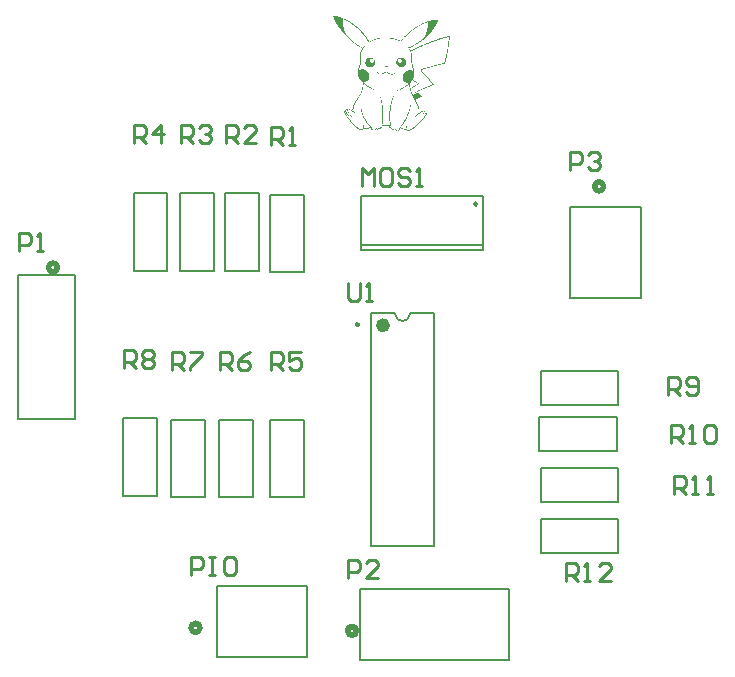
<source format=gto>
G04*
G04 #@! TF.GenerationSoftware,Altium Limited,Altium Designer,24.1.2 (44)*
G04*
G04 Layer_Color=65535*
%FSLAX44Y44*%
%MOMM*%
G71*
G04*
G04 #@! TF.SameCoordinates,5ACB85F1-2223-4C92-A2CF-7EEF7C6C753D*
G04*
G04*
G04 #@! TF.FilePolarity,Positive*
G04*
G01*
G75*
%ADD10C,0.5080*%
%ADD11C,0.6000*%
%ADD12C,0.2500*%
%ADD13C,0.2000*%
%ADD14C,0.1524*%
%ADD15C,0.2540*%
G36*
X390626Y717158D02*
X391496D01*
Y716984D01*
X392366D01*
Y716810D01*
X392888D01*
Y716636D01*
X393584D01*
Y716462D01*
X394106D01*
Y716288D01*
X394802D01*
Y716114D01*
X395324D01*
Y715940D01*
X395672D01*
Y715766D01*
X396194D01*
Y715592D01*
X396542D01*
Y715418D01*
X397064D01*
Y715244D01*
X397412D01*
Y715070D01*
X397760D01*
Y714896D01*
X398282D01*
Y714722D01*
X398630D01*
Y714548D01*
X398978D01*
Y714374D01*
X399326D01*
Y714200D01*
X399674D01*
Y714026D01*
X400022D01*
Y713852D01*
X400370D01*
Y713678D01*
X400718D01*
Y713504D01*
X401066D01*
Y713330D01*
X401240D01*
Y713156D01*
X401588D01*
Y712982D01*
X401936D01*
Y712808D01*
X402284D01*
Y712634D01*
X402632D01*
Y712460D01*
X402806D01*
Y712286D01*
X403154D01*
Y712112D01*
X403502D01*
Y711938D01*
X403676D01*
Y711764D01*
X404024D01*
Y711590D01*
X404198D01*
Y711416D01*
X404546D01*
Y711242D01*
X404720D01*
Y711068D01*
X405068D01*
Y710894D01*
X405242D01*
Y710720D01*
X405416D01*
Y710546D01*
X405764D01*
Y710372D01*
X405938D01*
Y710198D01*
X406286D01*
Y710024D01*
X406460D01*
Y709850D01*
X406634D01*
Y709676D01*
X406982D01*
Y709502D01*
X407156D01*
Y709328D01*
X407330D01*
Y709154D01*
X407678D01*
Y708980D01*
X407852D01*
Y708806D01*
X408026D01*
Y708632D01*
X408200D01*
Y708458D01*
X408548D01*
Y708284D01*
X408722D01*
Y708110D01*
X408896D01*
Y707936D01*
X409070D01*
Y707762D01*
X409244D01*
Y707588D01*
X409418D01*
Y707414D01*
X409592D01*
Y707240D01*
X409766D01*
Y707066D01*
X410114D01*
Y706892D01*
X410288D01*
Y706718D01*
X410462D01*
Y706544D01*
X410636D01*
Y706370D01*
X410810D01*
Y706196D01*
X410984D01*
Y706022D01*
X411158D01*
Y705848D01*
X411332D01*
Y705674D01*
X411506D01*
Y705500D01*
X411680D01*
Y705326D01*
X411854D01*
Y705152D01*
X412028D01*
Y704978D01*
X412202D01*
Y704804D01*
X412376D01*
Y704630D01*
X412550D01*
Y704282D01*
X412724D01*
Y704108D01*
X412898D01*
Y703934D01*
X413072D01*
Y703760D01*
X413246D01*
Y703586D01*
X413420D01*
Y703412D01*
X413594D01*
Y703238D01*
X413768D01*
Y703064D01*
X413942D01*
Y702716D01*
X414116D01*
Y702542D01*
X414290D01*
Y702368D01*
X414464D01*
Y702020D01*
X414638D01*
Y701846D01*
X414812D01*
Y701672D01*
X414986D01*
Y701498D01*
X415160D01*
Y701150D01*
X415334D01*
Y700976D01*
X415508D01*
Y700802D01*
X415682D01*
Y700454D01*
X415856D01*
Y700280D01*
X416030D01*
Y699932D01*
X416204D01*
Y699758D01*
X416378D01*
Y699410D01*
X416552D01*
Y699236D01*
X416726D01*
Y699062D01*
X416900D01*
Y698714D01*
X417074D01*
Y698366D01*
X417248D01*
Y698192D01*
X417422D01*
Y697844D01*
X417596D01*
Y697670D01*
X417770D01*
Y697322D01*
X417944D01*
Y696974D01*
X418118D01*
Y696800D01*
X418292D01*
Y696452D01*
X418466D01*
Y696104D01*
X418640D01*
Y695756D01*
X418814D01*
Y695582D01*
X419162D01*
Y695756D01*
X419336D01*
Y695930D01*
X419684D01*
Y696104D01*
X420032D01*
Y696278D01*
X420380D01*
Y696452D01*
X420554D01*
Y696626D01*
X420902D01*
Y696800D01*
X421250D01*
Y696974D01*
X421772D01*
Y697148D01*
X422120D01*
Y697322D01*
X422642D01*
Y697496D01*
X422990D01*
Y697670D01*
X423512D01*
Y697844D01*
X424034D01*
Y698018D01*
X424556D01*
Y698192D01*
X425078D01*
Y698366D01*
X425774D01*
Y698540D01*
X426644D01*
Y698714D01*
X427688D01*
Y698888D01*
X429254D01*
Y699062D01*
X435866D01*
Y698888D01*
X437606D01*
Y698714D01*
X438824D01*
Y698540D01*
X439346D01*
Y698366D01*
X440216D01*
Y698192D01*
X440912D01*
Y698018D01*
X441434D01*
Y697844D01*
X442130D01*
Y697670D01*
X442478D01*
Y697496D01*
X443000D01*
Y697322D01*
X443522D01*
Y697148D01*
X443870D01*
Y696974D01*
X444218D01*
Y696800D01*
X444740D01*
Y696626D01*
X444914D01*
Y696452D01*
X445262D01*
Y696278D01*
X445610D01*
Y696452D01*
X445784D01*
Y696626D01*
X445958D01*
Y696800D01*
X446132D01*
Y697148D01*
X446306D01*
Y697322D01*
X446480D01*
Y697496D01*
X446654D01*
Y697670D01*
X446828D01*
Y698018D01*
X447002D01*
Y698192D01*
X447176D01*
Y698366D01*
X447350D01*
Y698540D01*
X447524D01*
Y698714D01*
X447698D01*
Y698888D01*
X447872D01*
Y699062D01*
X448046D01*
Y699410D01*
X448220D01*
Y699584D01*
X448394D01*
Y699758D01*
X448568D01*
Y699932D01*
X448742D01*
Y700106D01*
X448916D01*
Y700280D01*
X449090D01*
Y700454D01*
X449264D01*
Y700628D01*
X449438D01*
Y700802D01*
X449612D01*
Y700976D01*
X449786D01*
Y701150D01*
X449960D01*
Y701324D01*
X450134D01*
Y701498D01*
X450308D01*
Y701672D01*
X450482D01*
Y701846D01*
X450656D01*
Y702020D01*
X450830D01*
Y702194D01*
X451004D01*
Y702368D01*
X451178D01*
Y702542D01*
X451352D01*
Y702716D01*
X451700D01*
Y702890D01*
X451874D01*
Y703064D01*
X452048D01*
Y703238D01*
X452222D01*
Y703412D01*
X452396D01*
Y703586D01*
X452570D01*
Y703760D01*
X452744D01*
Y703934D01*
X453092D01*
Y704108D01*
X453266D01*
Y704282D01*
X453440D01*
Y704456D01*
X453614D01*
Y704630D01*
X453788D01*
Y704804D01*
X454136D01*
Y704978D01*
X454310D01*
Y705152D01*
X454484D01*
Y705326D01*
X454832D01*
Y705500D01*
X455006D01*
Y705674D01*
X455180D01*
Y705848D01*
X455528D01*
Y706022D01*
X455702D01*
Y706196D01*
X455876D01*
Y706370D01*
X456050D01*
Y706544D01*
X456398D01*
Y706718D01*
X456572D01*
Y706892D01*
X456920D01*
Y707066D01*
X457094D01*
Y707240D01*
X457442D01*
Y707414D01*
X457616D01*
Y707588D01*
X457964D01*
Y707762D01*
X458138D01*
Y707936D01*
X458486D01*
Y708110D01*
X458660D01*
Y708284D01*
X459008D01*
Y708458D01*
X459356D01*
Y708632D01*
X459530D01*
Y708806D01*
X459878D01*
Y708980D01*
X460226D01*
Y709154D01*
X460400D01*
Y709328D01*
X460748D01*
Y709502D01*
X461096D01*
Y709676D01*
X461444D01*
Y709850D01*
X461792D01*
Y710024D01*
X462140D01*
Y710198D01*
X462488D01*
Y710372D01*
X462836D01*
Y710546D01*
X463184D01*
Y710720D01*
X463532D01*
Y710894D01*
X463880D01*
Y711068D01*
X464228D01*
Y711242D01*
X464576D01*
Y711416D01*
X465098D01*
Y711590D01*
X465446D01*
Y711764D01*
X465968D01*
Y711938D01*
X466316D01*
Y712112D01*
X466838D01*
Y712286D01*
X467186D01*
Y712460D01*
X467708D01*
Y712634D01*
X468056D01*
Y712808D01*
X468578D01*
Y712982D01*
X469100D01*
Y713156D01*
X469796D01*
Y713330D01*
X470318D01*
Y713504D01*
X471014D01*
Y713678D01*
X471710D01*
Y713852D01*
X472580D01*
Y714026D01*
X473624D01*
Y714200D01*
X475016D01*
Y714374D01*
X475538D01*
Y714200D01*
X475712D01*
Y714374D01*
X475886D01*
Y714200D01*
X476930D01*
Y714026D01*
X477104D01*
Y712982D01*
X476930D01*
Y712460D01*
X476756D01*
Y712112D01*
X476582D01*
Y711764D01*
X476408D01*
Y711416D01*
X476234D01*
Y711068D01*
X476060D01*
Y710720D01*
X475886D01*
Y710372D01*
X475712D01*
Y710198D01*
X475538D01*
Y709850D01*
X475364D01*
Y709502D01*
X475190D01*
Y709154D01*
X475016D01*
Y708806D01*
X474842D01*
Y708632D01*
X474668D01*
Y708284D01*
X474494D01*
Y707936D01*
X474320D01*
Y707762D01*
X474146D01*
Y707414D01*
X473972D01*
Y707240D01*
X473798D01*
Y706892D01*
X473624D01*
Y706718D01*
X473450D01*
Y706370D01*
X473276D01*
Y706196D01*
X473102D01*
Y706022D01*
X472928D01*
Y705674D01*
X472754D01*
Y705500D01*
X472580D01*
Y705152D01*
X472406D01*
Y704978D01*
X472232D01*
Y704804D01*
X472058D01*
Y704630D01*
X471884D01*
Y704282D01*
X471710D01*
Y704108D01*
X471536D01*
Y703934D01*
X471362D01*
Y703760D01*
X471188D01*
Y703586D01*
X471014D01*
Y703238D01*
X470840D01*
Y703064D01*
X470666D01*
Y702890D01*
X470492D01*
Y702716D01*
X470318D01*
Y702542D01*
X470144D01*
Y702368D01*
X469970D01*
Y702194D01*
X469796D01*
Y702020D01*
X469622D01*
Y701846D01*
X469448D01*
Y701672D01*
X469274D01*
Y701498D01*
X469100D01*
Y701324D01*
X468926D01*
Y701150D01*
X468752D01*
Y700976D01*
X468578D01*
Y700802D01*
X468404D01*
Y700628D01*
X468230D01*
Y700454D01*
X468056D01*
Y700280D01*
X467882D01*
Y700106D01*
X467708D01*
Y699932D01*
X467534D01*
Y699758D01*
X467360D01*
Y699584D01*
X467186D01*
Y699410D01*
X467012D01*
Y699236D01*
X466838D01*
Y699062D01*
X466490D01*
Y698888D01*
X466316D01*
Y698714D01*
X466142D01*
Y698540D01*
X465968D01*
Y698366D01*
X465794D01*
Y698192D01*
X465446D01*
Y698018D01*
X465272D01*
Y697844D01*
X465098D01*
Y697670D01*
X464924D01*
Y697496D01*
X464576D01*
Y697322D01*
X464402D01*
Y697148D01*
X464228D01*
Y696974D01*
X463880D01*
Y696800D01*
X463706D01*
Y696626D01*
X463358D01*
Y696452D01*
X463184D01*
Y696278D01*
X463010D01*
Y696104D01*
X462662D01*
Y695930D01*
X462488D01*
Y695756D01*
X462314D01*
Y695582D01*
X461966D01*
Y695408D01*
X461792D01*
Y695234D01*
X461444D01*
Y695060D01*
X461270D01*
Y694886D01*
X460922D01*
Y694712D01*
X460748D01*
Y694538D01*
X460400D01*
Y694364D01*
X460226D01*
Y694190D01*
X459878D01*
Y694016D01*
X459530D01*
Y693842D01*
X459182D01*
Y693668D01*
X459008D01*
Y693494D01*
X458660D01*
Y693320D01*
X458312D01*
Y693146D01*
X457964D01*
Y692972D01*
X457790D01*
Y692798D01*
X457442D01*
Y692624D01*
X457094D01*
Y692450D01*
X456920D01*
Y692276D01*
X456572D01*
Y692102D01*
X456224D01*
Y691928D01*
X455876D01*
Y691754D01*
X455528D01*
Y691580D01*
X455180D01*
Y691406D01*
X454832D01*
Y691232D01*
X454658D01*
Y691058D01*
X454310D01*
Y690884D01*
X453962D01*
Y690710D01*
X453614D01*
Y690536D01*
X453266D01*
Y690362D01*
X452918D01*
Y690188D01*
X452744D01*
Y689840D01*
X452918D01*
Y689666D01*
X453092D01*
Y689318D01*
X453266D01*
Y689144D01*
X453440D01*
Y688796D01*
X453614D01*
Y688622D01*
X453788D01*
Y688448D01*
X453962D01*
Y688274D01*
X454484D01*
Y688448D01*
X454832D01*
Y688622D01*
X455180D01*
Y688796D01*
X455528D01*
Y688970D01*
X456050D01*
Y689144D01*
X456224D01*
Y689318D01*
X456572D01*
Y689492D01*
X457094D01*
Y689666D01*
X457442D01*
Y689840D01*
X457790D01*
Y690014D01*
X458138D01*
Y690188D01*
X458486D01*
Y690362D01*
X458834D01*
Y690536D01*
X459182D01*
Y690710D01*
X459530D01*
Y690884D01*
X459878D01*
Y691058D01*
X460226D01*
Y691232D01*
X460748D01*
Y691406D01*
X461096D01*
Y691580D01*
X461444D01*
Y691754D01*
X461792D01*
Y691928D01*
X462140D01*
Y692102D01*
X462488D01*
Y692276D01*
X463010D01*
Y692450D01*
X463358D01*
Y692624D01*
X463706D01*
Y692798D01*
X464228D01*
Y692972D01*
X464576D01*
Y693146D01*
X464924D01*
Y693320D01*
X465272D01*
Y693494D01*
X465794D01*
Y693668D01*
X466142D01*
Y693842D01*
X466490D01*
Y694016D01*
X467012D01*
Y694190D01*
X467360D01*
Y694364D01*
X467882D01*
Y694538D01*
X468230D01*
Y694712D01*
X468578D01*
Y694886D01*
X469100D01*
Y695060D01*
X469622D01*
Y695234D01*
X469970D01*
Y695408D01*
X470492D01*
Y695582D01*
X470840D01*
Y695756D01*
X471362D01*
Y695930D01*
X471884D01*
Y696104D01*
X472232D01*
Y696278D01*
X472754D01*
Y696452D01*
X473276D01*
Y696626D01*
X473624D01*
Y696800D01*
X474146D01*
Y696974D01*
X474668D01*
Y697148D01*
X475190D01*
Y697322D01*
X475712D01*
Y697496D01*
X476234D01*
Y697670D01*
X476756D01*
Y697844D01*
X477278D01*
Y698018D01*
X477626D01*
Y698192D01*
X478322D01*
Y698366D01*
X478844D01*
Y698540D01*
X479366D01*
Y698714D01*
X480062D01*
Y698888D01*
X480584D01*
Y699062D01*
X481280D01*
Y699236D01*
X481976D01*
Y699410D01*
X482498D01*
Y699584D01*
X483194D01*
Y699758D01*
X483890D01*
Y699932D01*
X484760D01*
Y700106D01*
X485630D01*
Y700280D01*
X487022D01*
Y700106D01*
X487196D01*
Y699584D01*
X487022D01*
Y697496D01*
X486848D01*
Y695756D01*
X486674D01*
Y694364D01*
X486500D01*
Y693146D01*
X486326D01*
Y691928D01*
X486152D01*
Y690884D01*
X485978D01*
Y689840D01*
X485804D01*
Y688796D01*
X485630D01*
Y687926D01*
X485456D01*
Y686882D01*
X485282D01*
Y686012D01*
X485108D01*
Y685142D01*
X484934D01*
Y684446D01*
X484760D01*
Y683576D01*
X484586D01*
Y682880D01*
X484412D01*
Y682184D01*
X484238D01*
Y681488D01*
X484064D01*
Y680792D01*
X483890D01*
Y680096D01*
X483716D01*
Y679400D01*
X483542D01*
Y678704D01*
X483368D01*
Y678182D01*
X483194D01*
Y677660D01*
X483020D01*
Y677312D01*
X482846D01*
Y677138D01*
X482672D01*
Y676964D01*
X481976D01*
Y676790D01*
X481280D01*
Y676616D01*
X480758D01*
Y676442D01*
X480062D01*
Y676268D01*
X479366D01*
Y676094D01*
X478670D01*
Y675920D01*
X477974D01*
Y675746D01*
X477278D01*
Y675572D01*
X476582D01*
Y675398D01*
X475886D01*
Y675224D01*
X475190D01*
Y675050D01*
X474668D01*
Y674876D01*
X473972D01*
Y674702D01*
X473276D01*
Y674528D01*
X472580D01*
Y674354D01*
X471884D01*
Y674180D01*
X471362D01*
Y674006D01*
X470666D01*
Y673832D01*
X469970D01*
Y673658D01*
X469448D01*
Y673484D01*
X468752D01*
Y673310D01*
X468056D01*
Y673136D01*
X467534D01*
Y672962D01*
X466838D01*
Y672788D01*
X466142D01*
Y672614D01*
X465446D01*
Y672440D01*
X464924D01*
Y672266D01*
X464228D01*
Y672092D01*
X463706D01*
Y671918D01*
X463184D01*
Y671744D01*
X462836D01*
Y671570D01*
X463010D01*
Y671396D01*
X463184D01*
Y671048D01*
X463358D01*
Y670874D01*
X463532D01*
Y670700D01*
X463706D01*
Y670526D01*
X463880D01*
Y670352D01*
X464054D01*
Y670178D01*
X464228D01*
Y670004D01*
X464402D01*
Y669830D01*
X464576D01*
Y669656D01*
X464750D01*
Y669308D01*
X464924D01*
Y669134D01*
X465098D01*
Y668960D01*
X465272D01*
Y668786D01*
X465446D01*
Y668612D01*
X465620D01*
Y668438D01*
X465794D01*
Y668264D01*
X465968D01*
Y668090D01*
X466142D01*
Y667916D01*
X466316D01*
Y667568D01*
X466490D01*
Y667394D01*
X466664D01*
Y667220D01*
X466838D01*
Y667046D01*
X467012D01*
Y666872D01*
X467186D01*
Y666698D01*
X467360D01*
Y666524D01*
X467534D01*
Y666350D01*
X467708D01*
Y666002D01*
X467882D01*
Y665828D01*
X468056D01*
Y665654D01*
X468230D01*
Y665480D01*
X468404D01*
Y665306D01*
X468578D01*
Y665132D01*
X468752D01*
Y664958D01*
X468926D01*
Y664784D01*
X469100D01*
Y664436D01*
X469274D01*
Y664262D01*
X469448D01*
Y664088D01*
X469622D01*
Y663914D01*
X469796D01*
Y663740D01*
X469970D01*
Y663566D01*
X470144D01*
Y663392D01*
X470318D01*
Y663218D01*
X470492D01*
Y663044D01*
X470666D01*
Y662696D01*
X470840D01*
Y662522D01*
X471014D01*
Y662348D01*
X471188D01*
Y662174D01*
X471362D01*
Y662000D01*
X471536D01*
Y661826D01*
X471710D01*
Y661652D01*
X471884D01*
Y661478D01*
X472058D01*
Y661130D01*
X472232D01*
Y660956D01*
X472406D01*
Y660782D01*
X472580D01*
Y660608D01*
X472754D01*
Y660434D01*
X472928D01*
Y660260D01*
X473102D01*
Y660086D01*
X473276D01*
Y659912D01*
X473450D01*
Y659216D01*
X473102D01*
Y659042D01*
X472754D01*
Y658868D01*
X472406D01*
Y658694D01*
X472058D01*
Y658520D01*
X471536D01*
Y658346D01*
X471188D01*
Y658172D01*
X470666D01*
Y657998D01*
X470318D01*
Y657824D01*
X469970D01*
Y657650D01*
X469622D01*
Y657476D01*
X469100D01*
Y657302D01*
X468752D01*
Y657128D01*
X468404D01*
Y656954D01*
X468056D01*
Y656780D01*
X467534D01*
Y656606D01*
X467186D01*
Y656432D01*
X466664D01*
Y656258D01*
X466316D01*
Y656084D01*
X465968D01*
Y655910D01*
X465446D01*
Y655736D01*
X465098D01*
Y655562D01*
X464750D01*
Y655388D01*
X464402D01*
Y655214D01*
X463880D01*
Y655040D01*
X463532D01*
Y654866D01*
X463010D01*
Y654692D01*
X462662D01*
Y654518D01*
X462314D01*
Y654344D01*
X461966D01*
Y654170D01*
X461444D01*
Y653996D01*
X461096D01*
Y653822D01*
X460748D01*
Y653648D01*
X460400D01*
Y653474D01*
X460052D01*
Y653300D01*
X460226D01*
Y653126D01*
X460400D01*
Y652778D01*
X460574D01*
Y652604D01*
X460748D01*
Y652430D01*
X460922D01*
Y652256D01*
X461096D01*
Y651908D01*
X461270D01*
Y651734D01*
X461444D01*
Y651560D01*
X461618D01*
Y651386D01*
X461792D01*
Y651212D01*
X461966D01*
Y651038D01*
X462140D01*
Y650690D01*
X462314D01*
Y650516D01*
X462488D01*
Y650342D01*
X462662D01*
Y650168D01*
X462836D01*
Y649994D01*
X463010D01*
Y649646D01*
X463184D01*
Y649472D01*
X463358D01*
Y648950D01*
X463184D01*
Y648776D01*
X462836D01*
Y648602D01*
X462314D01*
Y648428D01*
X461966D01*
Y648254D01*
X461444D01*
Y648080D01*
X461096D01*
Y647906D01*
X460574D01*
Y647732D01*
X460226D01*
Y647558D01*
X459878D01*
Y647384D01*
X459356D01*
Y647210D01*
X459008D01*
Y647036D01*
X458486D01*
Y646862D01*
X458138D01*
Y646688D01*
X457790D01*
Y646340D01*
X457964D01*
Y645992D01*
X458138D01*
Y645644D01*
X458312D01*
Y645470D01*
X458486D01*
Y645122D01*
X458660D01*
Y644774D01*
X458834D01*
Y644426D01*
X459008D01*
Y644078D01*
X459182D01*
Y643904D01*
X459356D01*
Y643556D01*
X459530D01*
Y643208D01*
X459704D01*
Y642860D01*
X459878D01*
Y642512D01*
X460052D01*
Y642164D01*
X460226D01*
Y641816D01*
X460400D01*
Y641468D01*
X460574D01*
Y641120D01*
X460748D01*
Y640598D01*
X460922D01*
Y640250D01*
X461096D01*
Y639728D01*
X461270D01*
Y639206D01*
X461444D01*
Y635726D01*
X461270D01*
Y635552D01*
X461618D01*
Y635726D01*
X461966D01*
Y635900D01*
X462140D01*
Y636074D01*
X462488D01*
Y636248D01*
X462836D01*
Y636422D01*
X463010D01*
Y636596D01*
X463358D01*
Y636770D01*
X463706D01*
Y636944D01*
X464054D01*
Y637118D01*
X464402D01*
Y637292D01*
X465794D01*
Y637118D01*
X467186D01*
Y636944D01*
X467360D01*
Y636422D01*
X467534D01*
Y636074D01*
X467708D01*
Y635900D01*
X467882D01*
Y634682D01*
X467708D01*
Y634160D01*
X467534D01*
Y633986D01*
X467360D01*
Y633638D01*
X467186D01*
Y633290D01*
X467012D01*
Y633116D01*
X466838D01*
Y632768D01*
X466664D01*
Y632594D01*
X466490D01*
Y632420D01*
X466316D01*
Y632072D01*
X466142D01*
Y631898D01*
X465968D01*
Y631724D01*
X465794D01*
Y631376D01*
X465620D01*
Y631202D01*
X465446D01*
Y631028D01*
X465272D01*
Y630680D01*
X465098D01*
Y630506D01*
X464924D01*
Y630332D01*
X464750D01*
Y630158D01*
X464576D01*
Y629984D01*
X464402D01*
Y629636D01*
X464228D01*
Y629462D01*
X464054D01*
Y629288D01*
X463880D01*
Y629114D01*
X463706D01*
Y628940D01*
X463532D01*
Y628766D01*
X463358D01*
Y628418D01*
X463184D01*
Y628244D01*
X463010D01*
Y628070D01*
X462836D01*
Y627896D01*
X462662D01*
Y627722D01*
X462488D01*
Y627548D01*
X462314D01*
Y627374D01*
X462140D01*
Y627200D01*
X461966D01*
Y627026D01*
X461792D01*
Y626852D01*
X461618D01*
Y626504D01*
X461444D01*
Y626330D01*
X461270D01*
Y626156D01*
X461096D01*
Y625982D01*
X460922D01*
Y625808D01*
X460748D01*
Y625634D01*
X460574D01*
Y625460D01*
X460226D01*
Y625286D01*
X460052D01*
Y625112D01*
X459878D01*
Y624938D01*
X459704D01*
Y624764D01*
X459530D01*
Y624590D01*
X459356D01*
Y624416D01*
X459182D01*
Y624242D01*
X459008D01*
Y624068D01*
X458834D01*
Y623894D01*
X458486D01*
Y623720D01*
X458312D01*
Y623546D01*
X458138D01*
Y623372D01*
X457964D01*
Y623198D01*
X457616D01*
Y623024D01*
X457442D01*
Y622850D01*
X457268D01*
Y622676D01*
X456920D01*
Y622502D01*
X456746D01*
Y622328D01*
X456398D01*
Y622154D01*
X456224D01*
Y621980D01*
X456050D01*
Y621806D01*
X455702D01*
Y621632D01*
X455528D01*
Y621458D01*
X455180D01*
Y621284D01*
X454832D01*
Y621110D01*
X454484D01*
Y620936D01*
X454136D01*
Y620762D01*
X453788D01*
Y620588D01*
X453440D01*
Y620414D01*
X452918D01*
Y620240D01*
X452222D01*
Y620066D01*
X451178D01*
Y620240D01*
X450656D01*
Y620414D01*
X450482D01*
Y620588D01*
X450134D01*
Y620936D01*
X449960D01*
Y621110D01*
X449786D01*
Y621284D01*
X448394D01*
Y621458D01*
X447698D01*
Y621632D01*
X447002D01*
Y621806D01*
X446654D01*
Y621980D01*
X446306D01*
Y622154D01*
X445784D01*
Y622328D01*
X445436D01*
Y622502D01*
X444914D01*
Y622328D01*
X444740D01*
Y621806D01*
X444566D01*
Y620762D01*
X444392D01*
Y620414D01*
X443522D01*
Y620588D01*
X443348D01*
Y620762D01*
X443000D01*
Y620588D01*
X442652D01*
Y620414D01*
X441782D01*
Y620588D01*
X441608D01*
Y620762D01*
X441434D01*
Y621110D01*
X440912D01*
Y620936D01*
X439694D01*
Y621110D01*
X439520D01*
Y621284D01*
X439346D01*
Y621632D01*
X438998D01*
Y621458D01*
X438650D01*
Y621284D01*
X437954D01*
Y621458D01*
X437780D01*
Y621632D01*
X437606D01*
Y621806D01*
X437432D01*
Y621980D01*
X437258D01*
Y622328D01*
X437084D01*
Y622502D01*
X436910D01*
Y622676D01*
X436388D01*
Y622850D01*
X436040D01*
Y623024D01*
X435866D01*
Y623198D01*
X435692D01*
Y623546D01*
X435866D01*
Y623894D01*
X436040D01*
Y624416D01*
X435518D01*
Y624242D01*
X435344D01*
Y624416D01*
X435170D01*
Y624242D01*
X434996D01*
Y624416D01*
X431690D01*
Y624242D01*
X429950D01*
Y623024D01*
X429776D01*
Y622850D01*
X428732D01*
Y622676D01*
X428558D01*
Y622154D01*
X428384D01*
Y621980D01*
X428210D01*
Y621806D01*
X427688D01*
Y621980D01*
X427340D01*
Y622154D01*
X427166D01*
Y622328D01*
X426992D01*
Y622154D01*
X426818D01*
Y621806D01*
X426644D01*
Y621458D01*
X426470D01*
Y621284D01*
X426296D01*
Y621110D01*
X426122D01*
Y620936D01*
X425774D01*
Y621110D01*
X425426D01*
Y621284D01*
X425252D01*
Y621458D01*
X425078D01*
Y621632D01*
X424556D01*
Y621458D01*
X424382D01*
Y621284D01*
X424208D01*
Y621110D01*
X424034D01*
Y620936D01*
X423860D01*
Y620762D01*
X423164D01*
Y620936D01*
X422990D01*
Y621110D01*
X422816D01*
Y621284D01*
X422642D01*
Y621458D01*
X422120D01*
Y621284D01*
X421424D01*
Y621110D01*
X420554D01*
Y622676D01*
X419858D01*
Y622502D01*
X419162D01*
Y622328D01*
X418292D01*
Y622154D01*
X416726D01*
Y621980D01*
X416204D01*
Y622154D01*
X416030D01*
Y621980D01*
X415508D01*
Y622154D01*
X414812D01*
Y622328D01*
X414116D01*
Y622154D01*
X413942D01*
Y621806D01*
X413768D01*
Y621632D01*
X413594D01*
Y621458D01*
X413420D01*
Y621284D01*
X413072D01*
Y621110D01*
X412724D01*
Y620936D01*
X410984D01*
Y621110D01*
X410462D01*
Y621284D01*
X410114D01*
Y621458D01*
X409766D01*
Y621632D01*
X409592D01*
Y621806D01*
X409244D01*
Y621980D01*
X408896D01*
Y622154D01*
X408722D01*
Y622328D01*
X408548D01*
Y622502D01*
X408374D01*
Y622676D01*
X408026D01*
Y622850D01*
X407852D01*
Y623024D01*
X407678D01*
Y623198D01*
X407504D01*
Y623372D01*
X407330D01*
Y623546D01*
X407156D01*
Y623720D01*
X406982D01*
Y623894D01*
X406808D01*
Y624068D01*
X406634D01*
Y624242D01*
X406460D01*
Y624416D01*
X406286D01*
Y624590D01*
X406112D01*
Y624764D01*
X405938D01*
Y624938D01*
X405764D01*
Y625112D01*
X405590D01*
Y625286D01*
X405416D01*
Y625460D01*
X405242D01*
Y625634D01*
X405068D01*
Y625808D01*
X404894D01*
Y625982D01*
X404720D01*
Y626156D01*
X404546D01*
Y626330D01*
X404372D01*
Y626678D01*
X404198D01*
Y626852D01*
X404024D01*
Y627026D01*
X403850D01*
Y627200D01*
X403676D01*
Y627374D01*
X403502D01*
Y627548D01*
X403328D01*
Y627722D01*
X403154D01*
Y628070D01*
X402980D01*
Y628244D01*
X402806D01*
Y628418D01*
X402632D01*
Y628592D01*
X402458D01*
Y628940D01*
X402284D01*
Y629114D01*
X402110D01*
Y629288D01*
X401936D01*
Y629462D01*
X401762D01*
Y629636D01*
X401588D01*
Y629984D01*
X401414D01*
Y630158D01*
X401240D01*
Y630332D01*
X401066D01*
Y630506D01*
X400892D01*
Y630854D01*
X400718D01*
Y631028D01*
X400544D01*
Y631202D01*
X400370D01*
Y631376D01*
X400196D01*
Y631724D01*
X400022D01*
Y631898D01*
X399848D01*
Y632072D01*
X399674D01*
Y632420D01*
X399500D01*
Y632594D01*
X399326D01*
Y632942D01*
X399152D01*
Y633116D01*
X398978D01*
Y633464D01*
X398804D01*
Y633812D01*
X398630D01*
Y634160D01*
X398456D01*
Y634334D01*
X398282D01*
Y634856D01*
X398108D01*
Y635204D01*
X397934D01*
Y636074D01*
X397760D01*
Y636248D01*
X397934D01*
Y636944D01*
X398108D01*
Y637292D01*
X398282D01*
Y637466D01*
X398630D01*
Y637814D01*
X398804D01*
Y638162D01*
X399152D01*
Y638336D01*
X400196D01*
Y638510D01*
X400370D01*
Y638684D01*
X400718D01*
Y638858D01*
X401936D01*
Y638684D01*
X402284D01*
Y638510D01*
X402632D01*
Y638336D01*
X402980D01*
Y638162D01*
X403154D01*
Y637988D01*
X403502D01*
Y637814D01*
X403676D01*
Y637640D01*
X403850D01*
Y637466D01*
X404198D01*
Y637292D01*
X404546D01*
Y637118D01*
X404894D01*
Y637814D01*
X404720D01*
Y638336D01*
X404894D01*
Y640076D01*
X405068D01*
Y640946D01*
X405242D01*
Y641468D01*
X405416D01*
Y641990D01*
X405590D01*
Y642512D01*
X405764D01*
Y642860D01*
X405938D01*
Y643208D01*
X406112D01*
Y643556D01*
X406286D01*
Y643904D01*
X406460D01*
Y644252D01*
X406634D01*
Y644426D01*
X406808D01*
Y644774D01*
X406982D01*
Y644948D01*
X407156D01*
Y645122D01*
X407330D01*
Y645470D01*
X407504D01*
Y645644D01*
X407678D01*
Y645992D01*
X407852D01*
Y646340D01*
X408026D01*
Y646514D01*
X408200D01*
Y646688D01*
X408374D01*
Y647036D01*
X408548D01*
Y647210D01*
X408722D01*
Y647558D01*
X408896D01*
Y647906D01*
X409070D01*
Y648080D01*
X409244D01*
Y648254D01*
X409418D01*
Y648602D01*
X409592D01*
Y648950D01*
X409766D01*
Y649124D01*
X409940D01*
Y649472D01*
X410114D01*
Y649646D01*
X410288D01*
Y649994D01*
X410462D01*
Y650168D01*
X410636D01*
Y650516D01*
X410810D01*
Y650864D01*
X410984D01*
Y651038D01*
X411158D01*
Y651386D01*
X411332D01*
Y651734D01*
X411506D01*
Y652082D01*
X411680D01*
Y652604D01*
X411854D01*
Y652952D01*
X412028D01*
Y653300D01*
X412202D01*
Y653822D01*
X412376D01*
Y654344D01*
X412550D01*
Y654866D01*
X412724D01*
Y655388D01*
X412898D01*
Y656084D01*
X413072D01*
Y656954D01*
X413246D01*
Y658172D01*
X413420D01*
Y660260D01*
X413594D01*
Y660782D01*
X413420D01*
Y660956D01*
X413246D01*
Y661130D01*
X413072D01*
Y661304D01*
X412898D01*
Y661478D01*
X412724D01*
Y661652D01*
X412550D01*
Y661826D01*
X412376D01*
Y662000D01*
X412202D01*
Y662174D01*
X412028D01*
Y662348D01*
X411854D01*
Y662522D01*
X411680D01*
Y662870D01*
X411506D01*
Y663044D01*
X411332D01*
Y663218D01*
X411158D01*
Y663566D01*
X410984D01*
Y663740D01*
X410810D01*
Y664088D01*
X410636D01*
Y664262D01*
X410462D01*
Y664610D01*
X410288D01*
Y664784D01*
X410114D01*
Y665132D01*
X409940D01*
Y665480D01*
X409766D01*
Y666002D01*
X409592D01*
Y666524D01*
X409418D01*
Y667046D01*
X409244D01*
Y668090D01*
X409070D01*
Y670004D01*
X409244D01*
Y670874D01*
X409418D01*
Y671744D01*
X409592D01*
Y672266D01*
X409766D01*
Y672962D01*
X409940D01*
Y673484D01*
X410114D01*
Y674180D01*
X410288D01*
Y674702D01*
X410462D01*
Y675224D01*
X410636D01*
Y675920D01*
X410810D01*
Y676442D01*
X410984D01*
Y685316D01*
X411158D01*
Y686186D01*
X411332D01*
Y686708D01*
X411506D01*
Y687230D01*
X411680D01*
Y687578D01*
X411854D01*
Y687926D01*
X412028D01*
Y688274D01*
X412202D01*
Y688622D01*
X412376D01*
Y688970D01*
X412550D01*
Y689144D01*
X412724D01*
Y689492D01*
X412898D01*
Y689666D01*
X413072D01*
Y689840D01*
X412898D01*
Y690014D01*
X412724D01*
Y690188D01*
X412376D01*
Y690362D01*
X412028D01*
Y690536D01*
X411680D01*
Y690710D01*
X411506D01*
Y690884D01*
X411158D01*
Y691058D01*
X410810D01*
Y691232D01*
X410636D01*
Y691406D01*
X410288D01*
Y691580D01*
X410114D01*
Y691754D01*
X409766D01*
Y691928D01*
X409592D01*
Y692102D01*
X409244D01*
Y692276D01*
X408896D01*
Y692450D01*
X408722D01*
Y692624D01*
X408374D01*
Y692798D01*
X408200D01*
Y692972D01*
X408026D01*
Y693146D01*
X407678D01*
Y693320D01*
X407504D01*
Y693494D01*
X407156D01*
Y693668D01*
X406982D01*
Y693842D01*
X406808D01*
Y694016D01*
X406460D01*
Y694190D01*
X406286D01*
Y694364D01*
X405938D01*
Y694538D01*
X405764D01*
Y694712D01*
X405590D01*
Y694886D01*
X405416D01*
Y695060D01*
X405068D01*
Y695234D01*
X404894D01*
Y695408D01*
X404720D01*
Y695582D01*
X404546D01*
Y695756D01*
X404198D01*
Y695930D01*
X404024D01*
Y696104D01*
X403850D01*
Y696278D01*
X403676D01*
Y696452D01*
X403502D01*
Y696626D01*
X403328D01*
Y696800D01*
X402980D01*
Y696974D01*
X402806D01*
Y697148D01*
X402632D01*
Y697322D01*
X402458D01*
Y697496D01*
X402284D01*
Y697670D01*
X402110D01*
Y697844D01*
X401936D01*
Y698018D01*
X401762D01*
Y698192D01*
X401588D01*
Y698366D01*
X401240D01*
Y698540D01*
X401066D01*
Y698714D01*
X400892D01*
Y698888D01*
X400718D01*
Y699062D01*
X400544D01*
Y699236D01*
X400370D01*
Y699410D01*
X400196D01*
Y699584D01*
X400022D01*
Y699758D01*
X399848D01*
Y699932D01*
X399674D01*
Y700106D01*
X399500D01*
Y700280D01*
X399326D01*
Y700454D01*
X399152D01*
Y700802D01*
X398978D01*
Y700976D01*
X398804D01*
Y701150D01*
X398630D01*
Y701324D01*
X398456D01*
Y701498D01*
X398282D01*
Y701672D01*
X398108D01*
Y701846D01*
X397934D01*
Y702020D01*
X397760D01*
Y702194D01*
X397586D01*
Y702368D01*
X397412D01*
Y702716D01*
X397238D01*
Y702890D01*
X397064D01*
Y703064D01*
X396890D01*
Y703238D01*
X396716D01*
Y703412D01*
X396542D01*
Y703586D01*
X396368D01*
Y703760D01*
X396194D01*
Y704108D01*
X396020D01*
Y704282D01*
X395846D01*
Y704456D01*
X395672D01*
Y704630D01*
X395498D01*
Y704978D01*
X395324D01*
Y705152D01*
X395150D01*
Y705326D01*
X394976D01*
Y705500D01*
X394802D01*
Y705848D01*
X394628D01*
Y706022D01*
X394454D01*
Y706196D01*
X394280D01*
Y706544D01*
X394106D01*
Y706718D01*
X393932D01*
Y706892D01*
X393758D01*
Y707240D01*
X393584D01*
Y707414D01*
X393410D01*
Y707588D01*
X393236D01*
Y707936D01*
X393062D01*
Y708110D01*
X392888D01*
Y708458D01*
X392714D01*
Y708632D01*
X392540D01*
Y708980D01*
X392366D01*
Y709154D01*
X392192D01*
Y709502D01*
X392018D01*
Y709676D01*
X391844D01*
Y710024D01*
X391670D01*
Y710198D01*
X391496D01*
Y710546D01*
X391322D01*
Y710894D01*
X391148D01*
Y711068D01*
X390974D01*
Y711416D01*
X390800D01*
Y711764D01*
X390626D01*
Y711938D01*
X390452D01*
Y712286D01*
X390278D01*
Y712634D01*
X390104D01*
Y712982D01*
X389930D01*
Y713330D01*
X389756D01*
Y713678D01*
X389582D01*
Y714026D01*
X389408D01*
Y714374D01*
X389234D01*
Y714896D01*
X389060D01*
Y715244D01*
X388886D01*
Y715766D01*
X388712D01*
Y716288D01*
X388538D01*
Y716984D01*
X388712D01*
Y717158D01*
X389060D01*
Y717332D01*
X390626D01*
Y717158D01*
D02*
G37*
%LPC*%
G36*
X396542Y714896D02*
X396368D01*
Y712460D01*
X396542D01*
Y711068D01*
X396716D01*
Y710024D01*
X396890D01*
Y708980D01*
X397064D01*
Y708110D01*
X397238D01*
Y707414D01*
X397412D01*
Y706544D01*
X397586D01*
Y705848D01*
X397760D01*
Y705152D01*
X397934D01*
Y704630D01*
X398108D01*
Y704108D01*
X398282D01*
Y703760D01*
X398456D01*
Y703238D01*
X398630D01*
Y702716D01*
X398804D01*
Y702368D01*
X398978D01*
Y702020D01*
X399152D01*
Y701672D01*
X399326D01*
Y701498D01*
X399500D01*
Y701324D01*
X399674D01*
Y700976D01*
X399848D01*
Y700802D01*
X400022D01*
Y700628D01*
X400196D01*
Y700454D01*
X400370D01*
Y700280D01*
X400544D01*
Y700106D01*
X400718D01*
Y699932D01*
X400892D01*
Y699758D01*
X401066D01*
Y699584D01*
X401240D01*
Y699410D01*
X401414D01*
Y699236D01*
X401588D01*
Y699062D01*
X401762D01*
Y698888D01*
X401936D01*
Y698714D01*
X402110D01*
Y698540D01*
X402284D01*
Y698366D01*
X402458D01*
Y698192D01*
X402632D01*
Y698018D01*
X402806D01*
Y697844D01*
X402980D01*
Y697670D01*
X403154D01*
Y697496D01*
X403502D01*
Y697322D01*
X403676D01*
Y697148D01*
X403850D01*
Y696974D01*
X404024D01*
Y696800D01*
X404198D01*
Y696626D01*
X404372D01*
Y696452D01*
X404546D01*
Y696278D01*
X404894D01*
Y696104D01*
X405068D01*
Y695930D01*
X405242D01*
Y695756D01*
X405416D01*
Y695582D01*
X405764D01*
Y695408D01*
X405938D01*
Y695234D01*
X406112D01*
Y695060D01*
X406286D01*
Y694886D01*
X406634D01*
Y694712D01*
X406808D01*
Y694538D01*
X406982D01*
Y694364D01*
X407156D01*
Y694190D01*
X407504D01*
Y694016D01*
X407678D01*
Y693842D01*
X408026D01*
Y693668D01*
X408200D01*
Y693494D01*
X408374D01*
Y693320D01*
X408722D01*
Y693146D01*
X408896D01*
Y692972D01*
X409070D01*
Y692798D01*
X409418D01*
Y692624D01*
X409766D01*
Y692450D01*
X409940D01*
Y692276D01*
X410288D01*
Y692102D01*
X410462D01*
Y691928D01*
X410810D01*
Y691754D01*
X410984D01*
Y691580D01*
X411332D01*
Y691406D01*
X411506D01*
Y691232D01*
X411854D01*
Y691058D01*
X412202D01*
Y690884D01*
X412550D01*
Y690710D01*
X412724D01*
Y690536D01*
X413072D01*
Y690362D01*
X413594D01*
Y690536D01*
X413768D01*
Y690710D01*
X413942D01*
Y690884D01*
X414116D01*
Y691058D01*
X414290D01*
Y691232D01*
X414464D01*
Y691406D01*
X414638D01*
Y691754D01*
X414812D01*
Y691928D01*
X415160D01*
Y692102D01*
X415334D01*
Y692276D01*
X415508D01*
Y691928D01*
X415334D01*
Y691754D01*
X415160D01*
Y691580D01*
X414986D01*
Y691406D01*
X414812D01*
Y691058D01*
X414638D01*
Y690884D01*
X414464D01*
Y690710D01*
X414290D01*
Y690536D01*
X414116D01*
Y690362D01*
X413942D01*
Y690014D01*
X413768D01*
Y689840D01*
X413594D01*
Y689666D01*
X413420D01*
Y689318D01*
X413246D01*
Y688970D01*
X413072D01*
Y688796D01*
X412898D01*
Y688448D01*
X412724D01*
Y688100D01*
X412550D01*
Y687752D01*
X412376D01*
Y687230D01*
X412202D01*
Y686708D01*
X412028D01*
Y686186D01*
X411854D01*
Y685316D01*
X411680D01*
Y683750D01*
X411506D01*
Y683402D01*
X411680D01*
Y677834D01*
X411506D01*
Y676268D01*
X411332D01*
Y675920D01*
Y675746D01*
Y675572D01*
X411158D01*
Y674702D01*
X410984D01*
Y674006D01*
X410810D01*
Y673136D01*
X410636D01*
Y672440D01*
X410462D01*
Y671744D01*
X410810D01*
Y671918D01*
X411158D01*
Y672092D01*
X411506D01*
Y672266D01*
X412376D01*
Y672440D01*
X413768D01*
Y672266D01*
X414464D01*
Y672092D01*
X414986D01*
Y671918D01*
X415334D01*
Y671744D01*
X415508D01*
Y671570D01*
X415856D01*
Y671396D01*
X416030D01*
Y671222D01*
X416378D01*
Y671048D01*
X416552D01*
Y670874D01*
X416726D01*
Y670700D01*
X416900D01*
Y670526D01*
X417074D01*
Y670352D01*
X417248D01*
Y670178D01*
X417422D01*
Y670004D01*
X417596D01*
Y669830D01*
X417770D01*
Y669482D01*
X417944D01*
Y669134D01*
X418118D01*
Y668786D01*
X418292D01*
Y668438D01*
X418466D01*
Y667916D01*
X418640D01*
Y667394D01*
X418814D01*
Y664784D01*
X418640D01*
Y664262D01*
X418466D01*
Y663914D01*
X418292D01*
Y663566D01*
X418118D01*
Y663392D01*
X417944D01*
Y663044D01*
X417770D01*
Y662870D01*
X417596D01*
Y662696D01*
X417422D01*
Y662522D01*
X417248D01*
Y662348D01*
X417074D01*
Y662174D01*
X416900D01*
Y662000D01*
X416552D01*
Y661826D01*
X416378D01*
Y661652D01*
X416030D01*
Y661478D01*
X415508D01*
Y661304D01*
X415160D01*
Y661130D01*
X414464D01*
Y660956D01*
X414638D01*
Y660782D01*
X414812D01*
Y660608D01*
X414986D01*
Y660434D01*
X415160D01*
Y660260D01*
X415334D01*
Y660086D01*
X415508D01*
Y659912D01*
X415856D01*
Y659738D01*
X416030D01*
Y659564D01*
X416204D01*
Y659390D01*
X416552D01*
Y659216D01*
X416726D01*
Y659042D01*
X416900D01*
Y658868D01*
X417074D01*
Y658694D01*
X417422D01*
Y658520D01*
X417596D01*
Y658346D01*
X417944D01*
Y658172D01*
X418118D01*
Y657998D01*
X418466D01*
Y657824D01*
X418640D01*
Y657650D01*
X418814D01*
Y657476D01*
X419162D01*
Y657302D01*
X419510D01*
Y657128D01*
X419684D01*
Y656954D01*
X420032D01*
Y656780D01*
X420206D01*
Y656606D01*
X420554D01*
Y656432D01*
X420902D01*
Y656258D01*
X421076D01*
Y656084D01*
X421424D01*
Y655910D01*
X421772D01*
Y655736D01*
X422120D01*
Y655562D01*
X422468D01*
Y655388D01*
X422816D01*
Y655214D01*
X423164D01*
Y655040D01*
X423512D01*
Y654866D01*
X423686D01*
Y654692D01*
X424034D01*
Y654518D01*
X423338D01*
Y654692D01*
X422990D01*
Y654866D01*
X422642D01*
Y655040D01*
X422294D01*
Y655214D01*
X421772D01*
Y655388D01*
X421424D01*
Y655562D01*
X421250D01*
Y655736D01*
X420902D01*
Y655910D01*
X420554D01*
Y656084D01*
X420206D01*
Y656258D01*
X419858D01*
Y656432D01*
X419510D01*
Y656606D01*
X419162D01*
Y656780D01*
X418814D01*
Y656954D01*
X418640D01*
Y657128D01*
X418292D01*
Y657302D01*
X418118D01*
Y657476D01*
X417770D01*
Y657650D01*
X417422D01*
Y657824D01*
X417248D01*
Y657998D01*
X416900D01*
Y658172D01*
X416726D01*
Y658346D01*
X416378D01*
Y658520D01*
X416204D01*
Y658694D01*
X415856D01*
Y658868D01*
X415682D01*
Y659042D01*
X415508D01*
Y659216D01*
X415334D01*
Y659390D01*
X414986D01*
Y659564D01*
X414812D01*
Y659738D01*
X414638D01*
Y659912D01*
X414290D01*
Y660086D01*
X414116D01*
Y658694D01*
X413942D01*
Y657302D01*
X413768D01*
Y656432D01*
X413594D01*
Y655736D01*
X413420D01*
Y655040D01*
X413246D01*
Y654518D01*
X413072D01*
Y653996D01*
X412898D01*
Y653474D01*
X412724D01*
Y652952D01*
X412550D01*
Y652604D01*
X412376D01*
Y652256D01*
X412202D01*
Y651908D01*
X412028D01*
Y651560D01*
X411854D01*
Y651212D01*
X411680D01*
Y650864D01*
X411506D01*
Y650516D01*
X411332D01*
Y650168D01*
X411158D01*
Y649994D01*
X410984D01*
Y649646D01*
X410810D01*
Y649298D01*
X410636D01*
Y649124D01*
X410462D01*
Y648776D01*
X410288D01*
Y648428D01*
X410114D01*
Y648254D01*
X409940D01*
Y647906D01*
X409766D01*
Y647558D01*
X409592D01*
Y647384D01*
X409418D01*
Y647036D01*
X409244D01*
Y646688D01*
X409070D01*
Y646514D01*
X408896D01*
Y646166D01*
X408722D01*
Y645992D01*
X408548D01*
Y645644D01*
X408374D01*
Y645470D01*
X408200D01*
Y645122D01*
X408026D01*
Y644774D01*
X407852D01*
Y644600D01*
X407678D01*
Y644252D01*
X407504D01*
Y644078D01*
X407330D01*
Y643730D01*
X407156D01*
Y643556D01*
X406982D01*
Y643208D01*
X406808D01*
Y642860D01*
X406634D01*
Y642512D01*
X406460D01*
Y642164D01*
X406286D01*
Y641642D01*
X406112D01*
Y641120D01*
X405938D01*
Y640598D01*
X405764D01*
Y639728D01*
X405590D01*
Y638336D01*
X405416D01*
Y636770D01*
X405590D01*
Y636422D01*
X405764D01*
Y636074D01*
X405938D01*
Y635900D01*
X406286D01*
Y635726D01*
X406460D01*
Y635552D01*
X406634D01*
Y635378D01*
X406808D01*
Y635204D01*
X406982D01*
Y635030D01*
X407156D01*
Y634856D01*
X407330D01*
Y634682D01*
X407504D01*
Y634508D01*
X407678D01*
Y634334D01*
X407852D01*
Y634160D01*
X408026D01*
Y633986D01*
X408200D01*
Y633812D01*
X408374D01*
Y633464D01*
X408200D01*
Y633638D01*
X407852D01*
Y633812D01*
X407678D01*
Y633986D01*
X407504D01*
Y634160D01*
X407330D01*
Y634334D01*
X407156D01*
Y634508D01*
X406982D01*
Y634682D01*
X406634D01*
Y634856D01*
X406460D01*
Y635030D01*
X406286D01*
Y635204D01*
X406112D01*
Y635378D01*
X405938D01*
Y635552D01*
X405590D01*
Y635726D01*
X405416D01*
Y635900D01*
X405242D01*
Y636074D01*
X405068D01*
Y636248D01*
X404720D01*
Y636422D01*
X404546D01*
Y636596D01*
X404372D01*
Y636770D01*
X404024D01*
Y636944D01*
X403850D01*
Y637118D01*
X403502D01*
Y637292D01*
X403328D01*
Y637466D01*
X402980D01*
Y637640D01*
X402806D01*
Y637814D01*
X402458D01*
Y637988D01*
X402284D01*
Y638162D01*
X401936D01*
Y638336D01*
X401414D01*
Y638510D01*
X400892D01*
Y638336D01*
X400718D01*
Y637118D01*
X400892D01*
Y636770D01*
X401066D01*
Y636422D01*
X401240D01*
Y636074D01*
X401414D01*
Y635900D01*
X401588D01*
Y635552D01*
X401762D01*
Y635378D01*
X401936D01*
Y635030D01*
X402110D01*
Y634856D01*
X402284D01*
Y634682D01*
X402458D01*
Y634334D01*
X402632D01*
Y634160D01*
X402806D01*
Y633986D01*
X402980D01*
Y633638D01*
X403154D01*
Y633464D01*
X403502D01*
Y633116D01*
X403676D01*
Y632942D01*
X403850D01*
Y632768D01*
X404024D01*
Y632246D01*
X403850D01*
Y632420D01*
X403502D01*
Y632594D01*
X403328D01*
Y632768D01*
X403154D01*
Y632942D01*
X402980D01*
Y633290D01*
X402806D01*
Y633464D01*
X402632D01*
Y633638D01*
X402458D01*
Y633986D01*
X402284D01*
Y634160D01*
X402110D01*
Y634334D01*
X401936D01*
Y634682D01*
X401762D01*
Y634856D01*
X401588D01*
Y635030D01*
X401414D01*
Y635378D01*
X401240D01*
Y635552D01*
X401066D01*
Y635900D01*
X400892D01*
Y636074D01*
X400718D01*
Y636422D01*
X400544D01*
Y636770D01*
X400370D01*
Y637292D01*
X400196D01*
Y637814D01*
X400022D01*
Y637988D01*
X399674D01*
Y637814D01*
X399326D01*
Y637640D01*
X399152D01*
Y637292D01*
X398978D01*
Y636944D01*
X399152D01*
Y636422D01*
X399326D01*
Y635900D01*
X399500D01*
Y635726D01*
X399674D01*
Y635378D01*
X399848D01*
Y635204D01*
X400022D01*
Y634856D01*
X400196D01*
Y634682D01*
X400370D01*
Y634334D01*
X400544D01*
Y634160D01*
X400718D01*
Y633986D01*
X400892D01*
Y633638D01*
X401066D01*
Y633464D01*
X401240D01*
Y633290D01*
X401414D01*
Y633116D01*
X401588D01*
Y632942D01*
X401762D01*
Y632768D01*
X401936D01*
Y632594D01*
X402110D01*
Y632246D01*
X402284D01*
Y632072D01*
X401762D01*
Y632246D01*
X401588D01*
Y632420D01*
X401414D01*
Y632594D01*
X401240D01*
Y632768D01*
X401066D01*
Y632942D01*
X400892D01*
Y633290D01*
X400718D01*
Y633464D01*
X400544D01*
Y633638D01*
X400370D01*
Y633812D01*
X400196D01*
Y634160D01*
X400022D01*
Y634334D01*
X399848D01*
Y634508D01*
X399674D01*
Y634682D01*
X399500D01*
Y635030D01*
X399326D01*
Y635204D01*
X399152D01*
Y635552D01*
X398978D01*
Y635726D01*
X398804D01*
Y636248D01*
X398630D01*
Y636596D01*
X398456D01*
Y635552D01*
X398630D01*
Y635030D01*
X398804D01*
Y634682D01*
X398978D01*
Y634334D01*
X399152D01*
Y633986D01*
X399326D01*
Y633638D01*
X399500D01*
Y633464D01*
X399674D01*
Y633116D01*
X399848D01*
Y632942D01*
X400022D01*
Y632594D01*
X400196D01*
Y632420D01*
X400370D01*
Y632246D01*
X400544D01*
Y632072D01*
X400718D01*
Y631898D01*
X400892D01*
Y631550D01*
X401066D01*
Y631376D01*
X401240D01*
Y631028D01*
X401414D01*
Y630854D01*
X401588D01*
Y630680D01*
X401762D01*
Y630506D01*
X401936D01*
Y630332D01*
X402110D01*
Y630158D01*
X402284D01*
Y629984D01*
X402458D01*
Y629636D01*
X402632D01*
Y629462D01*
X402806D01*
Y629288D01*
X402980D01*
Y629114D01*
X403154D01*
Y628940D01*
X403328D01*
Y628766D01*
X403502D01*
Y628418D01*
X403676D01*
Y628244D01*
X403850D01*
Y628070D01*
X404024D01*
Y627896D01*
X404198D01*
Y627722D01*
X404372D01*
Y627548D01*
X404546D01*
Y627200D01*
X404894D01*
Y626852D01*
X405068D01*
Y626678D01*
X405242D01*
Y626504D01*
X405416D01*
Y626330D01*
X405590D01*
Y626156D01*
X405764D01*
Y625982D01*
X405938D01*
Y625808D01*
X406112D01*
Y625634D01*
X406286D01*
Y625460D01*
X406460D01*
Y625286D01*
X406634D01*
Y625112D01*
X406808D01*
Y624938D01*
X406982D01*
Y624764D01*
X407156D01*
Y624590D01*
X407330D01*
Y624416D01*
X407504D01*
Y624242D01*
X407678D01*
Y624068D01*
X407852D01*
Y623894D01*
X408026D01*
Y623720D01*
X408200D01*
Y623546D01*
X408374D01*
Y623372D01*
X408548D01*
Y623198D01*
X408722D01*
Y623024D01*
X409070D01*
Y622850D01*
X409244D01*
Y622676D01*
X409418D01*
Y622502D01*
X409766D01*
Y622328D01*
X409940D01*
Y622154D01*
X410288D01*
Y621980D01*
X410636D01*
Y621806D01*
X410984D01*
Y621632D01*
X411506D01*
Y621458D01*
X412550D01*
Y621632D01*
X412898D01*
Y621806D01*
X413072D01*
Y621980D01*
X413246D01*
Y622154D01*
X413420D01*
Y622328D01*
X413594D01*
Y622676D01*
X413768D01*
Y623024D01*
X413942D01*
Y624416D01*
X414116D01*
Y624590D01*
X413942D01*
Y625460D01*
X414116D01*
Y625808D01*
X414464D01*
Y625286D01*
X414638D01*
Y623198D01*
X414464D01*
Y623024D01*
X414638D01*
Y622850D01*
X414986D01*
Y622676D01*
X417770D01*
Y622850D01*
X418814D01*
Y623024D01*
X419684D01*
Y623198D01*
X419858D01*
Y623372D01*
X419684D01*
Y623546D01*
X419510D01*
Y623720D01*
X419336D01*
Y623894D01*
X419162D01*
Y624068D01*
X418988D01*
Y624242D01*
X418814D01*
Y624590D01*
X418640D01*
Y624764D01*
X418466D01*
Y624938D01*
X418292D01*
Y625112D01*
X418118D01*
Y625286D01*
X417944D01*
Y625460D01*
X417770D01*
Y625634D01*
X417596D01*
Y625982D01*
X417422D01*
Y626156D01*
X417248D01*
Y626504D01*
X417074D01*
Y626678D01*
X416900D01*
Y626852D01*
X416726D01*
Y627026D01*
X416552D01*
Y627374D01*
X416378D01*
Y627548D01*
X416204D01*
Y627896D01*
X416030D01*
Y628070D01*
X415856D01*
Y628418D01*
X415682D01*
Y628592D01*
X415508D01*
Y628940D01*
X415334D01*
Y629288D01*
X415160D01*
Y629462D01*
X414986D01*
Y629810D01*
X414812D01*
Y630158D01*
X414638D01*
Y630332D01*
X414464D01*
Y630680D01*
X414290D01*
Y631028D01*
X414116D01*
Y631376D01*
X413942D01*
Y631724D01*
X413768D01*
Y632072D01*
X413594D01*
Y632420D01*
X413420D01*
Y632768D01*
X413246D01*
Y633290D01*
X413072D01*
Y633638D01*
X412898D01*
Y634160D01*
X412724D01*
Y634682D01*
X412550D01*
Y635204D01*
X412376D01*
Y635900D01*
X412202D01*
Y636596D01*
X412028D01*
Y637292D01*
X411854D01*
Y638510D01*
X411680D01*
Y640076D01*
X411854D01*
Y639902D01*
X412028D01*
Y639380D01*
X412202D01*
Y638336D01*
X412376D01*
Y637640D01*
X412550D01*
Y636944D01*
X412724D01*
Y636248D01*
X412898D01*
Y635726D01*
X413072D01*
Y635204D01*
X413246D01*
Y634856D01*
X413420D01*
Y634334D01*
X413594D01*
Y633986D01*
X413768D01*
Y633638D01*
X413942D01*
Y633116D01*
X414116D01*
Y632768D01*
X414290D01*
Y632420D01*
X414464D01*
Y632072D01*
X414638D01*
Y631724D01*
X414812D01*
Y631376D01*
X414986D01*
Y631028D01*
X415160D01*
Y630854D01*
X415334D01*
Y630506D01*
X415508D01*
Y630158D01*
X415682D01*
Y629810D01*
X415856D01*
Y629636D01*
X416030D01*
Y629288D01*
X416204D01*
Y629114D01*
X416378D01*
Y628766D01*
X416552D01*
Y628418D01*
X416726D01*
Y628244D01*
X416900D01*
Y627896D01*
X417074D01*
Y627722D01*
X417248D01*
Y627374D01*
X417422D01*
Y627200D01*
X417596D01*
Y627026D01*
X417770D01*
Y626678D01*
X417944D01*
Y626504D01*
X418118D01*
Y626156D01*
X418292D01*
Y625982D01*
X418466D01*
Y625808D01*
X418640D01*
Y625460D01*
X418814D01*
Y625286D01*
X418988D01*
Y625112D01*
X419162D01*
Y624938D01*
X419336D01*
Y624590D01*
X419510D01*
Y624416D01*
X419684D01*
Y624242D01*
X419858D01*
Y624068D01*
X420032D01*
Y623894D01*
X420206D01*
Y623546D01*
X420380D01*
Y623372D01*
X420554D01*
Y623198D01*
X420728D01*
Y623024D01*
X420902D01*
Y622676D01*
X421076D01*
Y621632D01*
X421772D01*
Y621806D01*
X422294D01*
Y621980D01*
X422642D01*
Y621806D01*
X422990D01*
Y621632D01*
X423164D01*
Y621284D01*
X423686D01*
Y621458D01*
X423860D01*
Y621632D01*
X424034D01*
Y621806D01*
X424382D01*
Y621980D01*
X424556D01*
Y622154D01*
X424730D01*
Y622328D01*
X425078D01*
Y622154D01*
X425252D01*
Y621980D01*
X425426D01*
Y621806D01*
X425600D01*
Y621632D01*
X426122D01*
Y621980D01*
X426296D01*
Y622154D01*
X426470D01*
Y622328D01*
X426644D01*
Y622676D01*
X426818D01*
Y622850D01*
X427166D01*
Y622676D01*
X427514D01*
Y622502D01*
X427688D01*
Y622328D01*
X428036D01*
Y622502D01*
X428210D01*
Y622850D01*
X428384D01*
Y623024D01*
X428558D01*
Y623198D01*
X429254D01*
Y623372D01*
X429428D01*
Y624764D01*
X429602D01*
Y626852D01*
X429776D01*
Y628940D01*
X429950D01*
Y631724D01*
X430124D01*
Y636770D01*
X429950D01*
Y639554D01*
X429776D01*
Y641294D01*
X429602D01*
Y642512D01*
X429428D01*
Y643556D01*
X429254D01*
Y644600D01*
X429080D01*
Y645296D01*
X428906D01*
Y646166D01*
X428732D01*
Y646862D01*
X428558D01*
Y647558D01*
X428384D01*
Y648254D01*
X428210D01*
Y648950D01*
X428558D01*
Y648428D01*
X428732D01*
Y647906D01*
X428906D01*
Y647384D01*
X429080D01*
Y646862D01*
X429254D01*
Y646166D01*
X429428D01*
Y645470D01*
X429602D01*
Y644774D01*
X429776D01*
Y643904D01*
X429950D01*
Y643034D01*
X430124D01*
Y641990D01*
X430298D01*
Y640772D01*
X430472D01*
Y639206D01*
X430646D01*
Y636596D01*
X430820D01*
Y631550D01*
X430646D01*
Y631376D01*
X430820D01*
Y631202D01*
X430646D01*
Y628940D01*
X430472D01*
Y627200D01*
X430298D01*
Y625808D01*
X430124D01*
Y624938D01*
X431516D01*
Y625112D01*
X436562D01*
Y626156D01*
X436388D01*
Y627200D01*
X436214D01*
Y628418D01*
X436040D01*
Y630332D01*
X435866D01*
Y633986D01*
X436040D01*
Y636596D01*
X436214D01*
Y638684D01*
X436388D01*
Y640076D01*
X436562D01*
Y641120D01*
X436736D01*
Y642164D01*
X436910D01*
Y643034D01*
X437084D01*
Y643730D01*
X437258D01*
Y644426D01*
X437432D01*
Y645122D01*
X437606D01*
Y645644D01*
X437780D01*
Y646166D01*
X437954D01*
Y646688D01*
X438128D01*
Y647210D01*
X438302D01*
Y647732D01*
X438476D01*
Y648080D01*
X438650D01*
Y648428D01*
X438824D01*
Y648950D01*
X438998D01*
Y649298D01*
X439172D01*
Y649472D01*
X439520D01*
Y649124D01*
X439346D01*
Y648602D01*
X439172D01*
Y648080D01*
X438998D01*
Y647558D01*
X438824D01*
Y647036D01*
X438650D01*
Y646340D01*
X438476D01*
Y645818D01*
X438302D01*
Y645122D01*
X438128D01*
Y644426D01*
X437954D01*
Y643904D01*
X437780D01*
Y643034D01*
X437606D01*
Y641990D01*
X437432D01*
Y641120D01*
X437258D01*
Y639728D01*
X437084D01*
Y638510D01*
X436910D01*
Y637118D01*
X436736D01*
Y635378D01*
X436562D01*
Y628940D01*
X436736D01*
Y627548D01*
X436910D01*
Y626678D01*
X437084D01*
Y624590D01*
X436910D01*
Y624242D01*
X436736D01*
Y624068D01*
X436562D01*
Y623720D01*
X436388D01*
Y623372D01*
X436562D01*
Y623198D01*
X436910D01*
Y623024D01*
X437258D01*
Y622850D01*
X437432D01*
Y622676D01*
X437606D01*
Y622328D01*
X437780D01*
Y621980D01*
X437954D01*
Y621806D01*
X438824D01*
Y621980D01*
X439520D01*
Y621806D01*
X439694D01*
Y621632D01*
X439868D01*
Y621458D01*
X440042D01*
Y621284D01*
X440738D01*
Y621458D01*
X440912D01*
Y621632D01*
X441260D01*
Y621806D01*
X441434D01*
Y621632D01*
X441608D01*
Y621284D01*
X441782D01*
Y621110D01*
X441956D01*
Y620936D01*
X442478D01*
Y621110D01*
X442826D01*
Y621284D01*
X443522D01*
Y621110D01*
X444044D01*
Y621980D01*
X444218D01*
Y622502D01*
X444392D01*
Y622676D01*
X444566D01*
Y622850D01*
X444740D01*
Y623024D01*
X444914D01*
Y623198D01*
X445088D01*
Y623546D01*
X445262D01*
Y623720D01*
X445436D01*
Y623894D01*
X445610D01*
Y624242D01*
X445784D01*
Y624416D01*
X445958D01*
Y624764D01*
X446132D01*
Y624938D01*
X446306D01*
Y625286D01*
X446480D01*
Y625460D01*
X446654D01*
Y625808D01*
X446828D01*
Y625982D01*
X447002D01*
Y626330D01*
X447176D01*
Y626504D01*
X447350D01*
Y626852D01*
X447524D01*
Y627200D01*
X447698D01*
Y627374D01*
X447872D01*
Y627722D01*
X448046D01*
Y628070D01*
X448220D01*
Y628418D01*
X448394D01*
Y628592D01*
X448568D01*
Y628940D01*
X448742D01*
Y629288D01*
X448916D01*
Y629636D01*
X449090D01*
Y629810D01*
X449264D01*
Y630332D01*
X449438D01*
Y630506D01*
X449612D01*
Y630854D01*
X449786D01*
Y631202D01*
X449960D01*
Y631550D01*
X450134D01*
Y631898D01*
X450308D01*
Y632246D01*
X450482D01*
Y632594D01*
X450656D01*
Y633116D01*
X450830D01*
Y633464D01*
X451004D01*
Y633812D01*
X451178D01*
Y634160D01*
X451352D01*
Y634682D01*
X451526D01*
Y635030D01*
X451700D01*
Y635552D01*
X451874D01*
Y635900D01*
X452048D01*
Y636422D01*
X452222D01*
Y636944D01*
X452396D01*
Y637292D01*
X452570D01*
Y637814D01*
X452744D01*
Y638336D01*
X452918D01*
Y639032D01*
X453092D01*
Y639728D01*
X453266D01*
Y640424D01*
X453440D01*
Y641120D01*
X453614D01*
Y641816D01*
X453788D01*
Y642338D01*
X454136D01*
Y641120D01*
X453962D01*
Y640076D01*
X453788D01*
Y639206D01*
X453614D01*
Y638510D01*
X453440D01*
Y637814D01*
X453266D01*
Y637292D01*
X453092D01*
Y636770D01*
X452918D01*
Y636248D01*
X452744D01*
Y635726D01*
X452570D01*
Y635204D01*
X452396D01*
Y634682D01*
X452222D01*
Y634334D01*
X452048D01*
Y633986D01*
X451874D01*
Y633464D01*
X451700D01*
Y633116D01*
X451526D01*
Y632768D01*
X451352D01*
Y632420D01*
X451178D01*
Y631898D01*
X451004D01*
Y631550D01*
X450830D01*
Y631376D01*
X450656D01*
Y630854D01*
X450482D01*
Y630506D01*
X450308D01*
Y630158D01*
X450134D01*
Y629984D01*
X449960D01*
Y629636D01*
X449786D01*
Y629288D01*
X449612D01*
Y628766D01*
X449438D01*
Y628592D01*
X449264D01*
Y628244D01*
X449090D01*
Y627896D01*
X448916D01*
Y627722D01*
X448742D01*
Y627374D01*
X448568D01*
Y627200D01*
X448394D01*
Y626852D01*
X448220D01*
Y626504D01*
X448046D01*
Y626330D01*
X447872D01*
Y625982D01*
X447698D01*
Y625808D01*
X447524D01*
Y625460D01*
X447350D01*
Y625286D01*
X447176D01*
Y625112D01*
X447002D01*
Y624764D01*
X446828D01*
Y624590D01*
X446654D01*
Y624242D01*
X446480D01*
Y624068D01*
X446306D01*
Y623894D01*
X446132D01*
Y623546D01*
X445958D01*
Y623372D01*
X445784D01*
Y623024D01*
X445958D01*
Y622850D01*
X446306D01*
Y622676D01*
X446654D01*
Y622502D01*
X447002D01*
Y622328D01*
X447350D01*
Y622154D01*
X447872D01*
Y621980D01*
X448394D01*
Y621806D01*
X449612D01*
Y621980D01*
X449786D01*
Y622676D01*
X449960D01*
Y623198D01*
X450134D01*
Y623546D01*
X450308D01*
Y623894D01*
X450482D01*
Y624242D01*
X450656D01*
Y624416D01*
X451004D01*
Y623720D01*
X450830D01*
Y623372D01*
X450656D01*
Y623024D01*
X450482D01*
Y622502D01*
X450308D01*
Y621632D01*
X450482D01*
Y621284D01*
X450656D01*
Y621110D01*
X450830D01*
Y620936D01*
X452570D01*
Y621110D01*
X453092D01*
Y621284D01*
X453614D01*
Y621458D01*
X453788D01*
Y621632D01*
X454136D01*
Y621806D01*
X454484D01*
Y621980D01*
X454832D01*
Y622154D01*
X455006D01*
Y622328D01*
X455354D01*
Y622502D01*
X455528D01*
Y622676D01*
X455702D01*
Y622850D01*
X456050D01*
Y623024D01*
X456398D01*
Y623198D01*
X456572D01*
Y623372D01*
X456746D01*
Y623546D01*
X457094D01*
Y623720D01*
X457268D01*
Y623894D01*
X457442D01*
Y624068D01*
X457790D01*
Y624242D01*
X457964D01*
Y624416D01*
X458138D01*
Y624590D01*
X458312D01*
Y624764D01*
X458486D01*
Y624938D01*
X458834D01*
Y625112D01*
X459008D01*
Y625286D01*
X459182D01*
Y625460D01*
X459356D01*
Y625634D01*
X459530D01*
Y625808D01*
X459704D01*
Y625982D01*
X459878D01*
Y626156D01*
X460052D01*
Y626330D01*
X460226D01*
Y626504D01*
X460400D01*
Y626678D01*
X460574D01*
Y626852D01*
X460748D01*
Y627026D01*
X460922D01*
Y627200D01*
X461096D01*
Y627374D01*
X461270D01*
Y627548D01*
X461444D01*
Y627722D01*
X461618D01*
Y627896D01*
X461792D01*
Y628070D01*
X461966D01*
Y628244D01*
X462140D01*
Y628418D01*
X462314D01*
Y628592D01*
X462488D01*
Y628940D01*
X462662D01*
Y629114D01*
X462836D01*
Y629288D01*
X463010D01*
Y629462D01*
X463184D01*
Y629636D01*
X463358D01*
Y629810D01*
X463532D01*
Y629984D01*
X463706D01*
Y630158D01*
X463880D01*
Y630332D01*
X464054D01*
Y630506D01*
X464228D01*
Y630680D01*
X464402D01*
Y630854D01*
X464576D01*
Y631028D01*
X464750D01*
Y631376D01*
X464924D01*
Y631550D01*
X465098D01*
Y631724D01*
X465272D01*
Y631898D01*
X465446D01*
Y632246D01*
X465620D01*
Y632420D01*
X465794D01*
Y632594D01*
X465968D01*
Y632768D01*
X466142D01*
Y633116D01*
X466316D01*
Y633290D01*
X466490D01*
Y633464D01*
X466664D01*
Y633812D01*
X466838D01*
Y633986D01*
X467012D01*
Y634334D01*
X467186D01*
Y634508D01*
X467360D01*
Y635030D01*
X467534D01*
Y635726D01*
X467186D01*
Y635378D01*
X467012D01*
Y635030D01*
X466838D01*
Y634682D01*
X466664D01*
Y634508D01*
X466490D01*
Y634334D01*
X466316D01*
Y633986D01*
X466142D01*
Y633812D01*
X465968D01*
Y633638D01*
X465794D01*
Y633464D01*
X465620D01*
Y633290D01*
X465446D01*
Y633116D01*
X465272D01*
Y632768D01*
X465098D01*
Y632594D01*
X464924D01*
Y632420D01*
X464750D01*
Y632246D01*
X464576D01*
Y632072D01*
X464402D01*
Y631898D01*
X464228D01*
Y631724D01*
X464054D01*
Y631550D01*
X463880D01*
Y631376D01*
X463706D01*
Y631028D01*
X463532D01*
Y630854D01*
X463184D01*
Y630680D01*
X463010D01*
Y631028D01*
X463184D01*
Y631202D01*
X463358D01*
Y631376D01*
X463532D01*
Y631724D01*
X463706D01*
Y631898D01*
X463880D01*
Y632072D01*
X464054D01*
Y632246D01*
X464228D01*
Y632420D01*
X464402D01*
Y632594D01*
X464576D01*
Y632768D01*
X464750D01*
Y632942D01*
X464924D01*
Y633290D01*
X465098D01*
Y633464D01*
X465272D01*
Y633638D01*
X465446D01*
Y633812D01*
X465620D01*
Y633986D01*
X465794D01*
Y634334D01*
X465968D01*
Y634508D01*
X466142D01*
Y634856D01*
X466316D01*
Y635030D01*
X466490D01*
Y635378D01*
X466664D01*
Y635726D01*
X466838D01*
Y636770D01*
X465968D01*
Y636248D01*
X465794D01*
Y635726D01*
X465620D01*
Y635378D01*
X465446D01*
Y635204D01*
X465272D01*
Y634856D01*
X465098D01*
Y634682D01*
X464924D01*
Y634508D01*
X464750D01*
Y634334D01*
X464576D01*
Y633986D01*
X464402D01*
Y633812D01*
X464228D01*
Y633638D01*
X464054D01*
Y633464D01*
X463880D01*
Y633290D01*
X463706D01*
Y633116D01*
X463532D01*
Y632942D01*
X463358D01*
Y632768D01*
X463010D01*
Y632594D01*
Y632420D01*
X462836D01*
Y632768D01*
X463010D01*
Y632942D01*
X463184D01*
Y633290D01*
X463358D01*
Y633464D01*
X463532D01*
Y633638D01*
X463706D01*
Y633812D01*
X463880D01*
Y633986D01*
X464054D01*
Y634160D01*
X464228D01*
Y634508D01*
X464402D01*
Y634682D01*
X464576D01*
Y634856D01*
X464750D01*
Y635204D01*
X464924D01*
Y635552D01*
X465098D01*
Y635726D01*
X465272D01*
Y636074D01*
X465446D01*
Y636770D01*
X465272D01*
Y636944D01*
X465098D01*
Y636770D01*
X464576D01*
Y636596D01*
X464228D01*
Y636422D01*
X463880D01*
Y636248D01*
X463532D01*
Y636074D01*
X463358D01*
Y635900D01*
X463010D01*
Y635726D01*
X462836D01*
Y635552D01*
X462488D01*
Y635378D01*
X462140D01*
Y635204D01*
X461966D01*
Y635030D01*
X461618D01*
Y634856D01*
X461444D01*
Y634682D01*
X461096D01*
Y634508D01*
X460922D01*
Y634334D01*
X460748D01*
Y634160D01*
X460400D01*
Y633986D01*
X460226D01*
Y633812D01*
X460052D01*
Y633638D01*
X459704D01*
Y633464D01*
X459530D01*
Y633290D01*
X459356D01*
Y633116D01*
X459008D01*
Y632942D01*
X458834D01*
Y632768D01*
X458660D01*
Y632594D01*
X458486D01*
Y632420D01*
X458138D01*
Y632246D01*
X457964D01*
Y632072D01*
X457790D01*
Y631898D01*
X457616D01*
Y631724D01*
X457268D01*
Y631550D01*
X456920D01*
Y631376D01*
X456572D01*
Y631550D01*
X456746D01*
Y631724D01*
X456920D01*
Y631898D01*
X457094D01*
Y632072D01*
X457268D01*
Y632246D01*
X457442D01*
Y632420D01*
X457616D01*
Y632594D01*
X457790D01*
Y632768D01*
X458138D01*
Y632942D01*
X458312D01*
Y633116D01*
X458486D01*
Y633290D01*
X458660D01*
Y633464D01*
X458834D01*
Y633638D01*
X459008D01*
Y633812D01*
X459356D01*
Y633986D01*
X459530D01*
Y634160D01*
X459704D01*
Y634334D01*
X460052D01*
Y634508D01*
X460226D01*
Y634682D01*
X460400D01*
Y634856D01*
X460574D01*
Y635204D01*
X460748D01*
Y638684D01*
X460574D01*
Y639380D01*
X460400D01*
Y639902D01*
X460226D01*
Y640424D01*
X460052D01*
Y640772D01*
X459878D01*
Y641294D01*
X459704D01*
Y641642D01*
X459530D01*
Y641990D01*
X459356D01*
Y642512D01*
X459182D01*
Y642860D01*
X459008D01*
Y643208D01*
X458834D01*
Y643556D01*
X458660D01*
Y643904D01*
X458486D01*
Y644078D01*
X458312D01*
Y644426D01*
X458138D01*
Y644774D01*
X457964D01*
Y645122D01*
X457790D01*
Y645470D01*
X457616D01*
Y645644D01*
X457442D01*
Y645992D01*
X457268D01*
Y646340D01*
X457094D01*
Y646688D01*
X456920D01*
Y647036D01*
X456746D01*
Y647384D01*
X456572D01*
Y647732D01*
X456398D01*
Y647906D01*
X456224D01*
Y648254D01*
X456050D01*
Y648602D01*
X455876D01*
Y649124D01*
X455702D01*
Y649472D01*
X455528D01*
Y649820D01*
X455354D01*
Y650168D01*
X455180D01*
Y650690D01*
X455006D01*
Y651038D01*
X454832D01*
Y651386D01*
X454658D01*
Y651908D01*
X454484D01*
Y652430D01*
X454310D01*
Y652778D01*
X454136D01*
Y653300D01*
X453962D01*
Y653996D01*
X453788D01*
Y654518D01*
X453614D01*
Y655214D01*
X453440D01*
Y655910D01*
X453266D01*
Y656606D01*
X453092D01*
Y657476D01*
X452918D01*
Y658868D01*
X452744D01*
Y659738D01*
X452570D01*
Y659564D01*
X452396D01*
Y659390D01*
X452048D01*
Y659216D01*
X451874D01*
Y659042D01*
X451700D01*
Y658868D01*
X451526D01*
Y658694D01*
X451352D01*
Y658520D01*
X451004D01*
Y658346D01*
X450830D01*
Y658172D01*
X450656D01*
Y657998D01*
X450308D01*
Y657824D01*
X450134D01*
Y657650D01*
X449786D01*
Y657476D01*
X449612D01*
Y657302D01*
X449264D01*
Y657128D01*
X449090D01*
Y656954D01*
X448742D01*
Y656780D01*
X448568D01*
Y656606D01*
X448220D01*
Y656432D01*
X447872D01*
Y656258D01*
X447698D01*
Y656084D01*
X447350D01*
Y655910D01*
X447002D01*
Y655736D01*
X446654D01*
Y655562D01*
X446306D01*
Y655388D01*
X445958D01*
Y655214D01*
X445610D01*
Y655040D01*
X445262D01*
Y654866D01*
X444740D01*
Y654692D01*
X444392D01*
Y654518D01*
X443870D01*
Y654344D01*
X443348D01*
Y654170D01*
X443000D01*
Y653996D01*
X442478D01*
Y653822D01*
X441956D01*
Y653648D01*
X441434D01*
Y653822D01*
X441782D01*
Y653996D01*
X442130D01*
Y654170D01*
X442478D01*
Y654344D01*
X442826D01*
Y654518D01*
X443348D01*
Y654692D01*
X443696D01*
Y654866D01*
X444044D01*
Y655040D01*
X444566D01*
Y655214D01*
X444914D01*
Y655388D01*
X445262D01*
Y655562D01*
X445610D01*
Y655736D01*
X445958D01*
Y655910D01*
X446132D01*
Y656084D01*
X446480D01*
Y656258D01*
X446828D01*
Y656432D01*
X447176D01*
Y656606D01*
X447350D01*
Y656780D01*
X447698D01*
Y656954D01*
X448046D01*
Y657128D01*
X448220D01*
Y657302D01*
X448568D01*
Y657476D01*
X448742D01*
Y657650D01*
X449090D01*
Y657824D01*
X449264D01*
Y657998D01*
X449612D01*
Y658172D01*
X449786D01*
Y658346D01*
X449960D01*
Y658520D01*
X450308D01*
Y658694D01*
X450482D01*
Y658868D01*
X450656D01*
Y659042D01*
X450830D01*
Y659216D01*
X451178D01*
Y659390D01*
X451352D01*
Y659564D01*
X451526D01*
Y659738D01*
X451700D01*
Y659912D01*
X451874D01*
Y660086D01*
X452048D01*
Y660260D01*
X452222D01*
Y660434D01*
X452396D01*
Y660608D01*
X452570D01*
Y660782D01*
X452744D01*
Y661130D01*
X452570D01*
Y660956D01*
X450308D01*
Y661130D01*
X449786D01*
Y661304D01*
X449438D01*
Y661478D01*
X449090D01*
Y661652D01*
X448742D01*
Y661826D01*
X448568D01*
Y662000D01*
X448394D01*
Y662174D01*
X448220D01*
Y662348D01*
X448046D01*
Y662696D01*
X447872D01*
Y662870D01*
X447698D01*
Y663392D01*
X447524D01*
Y663740D01*
X447350D01*
Y666524D01*
X447524D01*
Y667046D01*
X447698D01*
Y667568D01*
X447872D01*
Y667916D01*
X448046D01*
Y668264D01*
X448220D01*
Y668612D01*
X448394D01*
Y668786D01*
X448568D01*
Y668960D01*
X448742D01*
Y669308D01*
X448916D01*
Y669482D01*
X449090D01*
Y669656D01*
X449264D01*
Y669830D01*
X449438D01*
Y670004D01*
X449612D01*
Y670178D01*
X449786D01*
Y670352D01*
X449960D01*
Y670526D01*
X450134D01*
Y670700D01*
X450482D01*
Y670874D01*
X450656D01*
Y671048D01*
X451004D01*
Y671222D01*
X451526D01*
Y671396D01*
X452048D01*
Y671570D01*
X452744D01*
Y671744D01*
X454136D01*
Y671570D01*
X454832D01*
Y671396D01*
X455180D01*
Y671222D01*
X455354D01*
Y671048D01*
X455702D01*
Y670874D01*
X455876D01*
Y671744D01*
X455702D01*
Y672440D01*
X455528D01*
Y673310D01*
X455354D01*
Y674006D01*
X455180D01*
Y674702D01*
X455006D01*
Y675746D01*
X454832D01*
Y677660D01*
X454658D01*
Y682532D01*
X454484D01*
Y683924D01*
X454310D01*
Y684968D01*
X454136D01*
Y685838D01*
X453962D01*
Y686534D01*
X453788D01*
Y686882D01*
X453614D01*
Y687404D01*
X453440D01*
Y687752D01*
X453266D01*
Y688100D01*
X453092D01*
Y688448D01*
X452918D01*
Y688796D01*
X452744D01*
Y689144D01*
X452570D01*
Y689492D01*
X452396D01*
Y689666D01*
X452222D01*
Y690014D01*
X452048D01*
Y690188D01*
X451874D01*
Y690536D01*
X451700D01*
Y690710D01*
X451526D01*
Y690884D01*
X451352D01*
Y691232D01*
X451178D01*
Y691406D01*
X451004D01*
Y691580D01*
X451352D01*
Y691406D01*
X451526D01*
Y691232D01*
X451874D01*
Y691058D01*
X452048D01*
Y690884D01*
X452222D01*
Y690710D01*
X452744D01*
Y690884D01*
X453092D01*
Y691058D01*
X453440D01*
Y691232D01*
X453788D01*
Y691406D01*
X454136D01*
Y691580D01*
X454310D01*
Y691754D01*
X454832D01*
Y691928D01*
X455006D01*
Y692102D01*
X455354D01*
Y692276D01*
X455702D01*
Y692450D01*
X456050D01*
Y692624D01*
X456398D01*
Y692798D01*
X456572D01*
Y692972D01*
X456920D01*
Y693146D01*
X457268D01*
Y693320D01*
X457442D01*
Y693494D01*
X457790D01*
Y693668D01*
X458138D01*
Y693842D01*
X458312D01*
Y694016D01*
X458660D01*
Y694190D01*
X459008D01*
Y694364D01*
X459182D01*
Y694538D01*
X459530D01*
Y694712D01*
X459704D01*
Y694886D01*
X460052D01*
Y695060D01*
X460226D01*
Y695234D01*
X460574D01*
Y695408D01*
X460748D01*
Y695582D01*
X461096D01*
Y695756D01*
X461270D01*
Y695930D01*
X461618D01*
Y696104D01*
X461792D01*
Y696278D01*
X461966D01*
Y696452D01*
X462314D01*
Y696626D01*
X462488D01*
Y696800D01*
X462662D01*
Y696974D01*
X463010D01*
Y697148D01*
X463184D01*
Y697322D01*
X463358D01*
Y697496D01*
X463706D01*
Y697670D01*
X463880D01*
Y697844D01*
X464054D01*
Y698018D01*
X464402D01*
Y698192D01*
X464576D01*
Y698366D01*
X464750D01*
Y698540D01*
X464924D01*
Y698714D01*
X465098D01*
Y698888D01*
X465446D01*
Y699062D01*
X465620D01*
Y699236D01*
X465794D01*
Y699410D01*
X465968D01*
Y699758D01*
X466142D01*
Y700106D01*
X466316D01*
Y700628D01*
X466490D01*
Y701150D01*
X466664D01*
Y701672D01*
X466838D01*
Y702368D01*
X467012D01*
Y702890D01*
X467186D01*
Y703586D01*
X467360D01*
Y704282D01*
X467534D01*
Y704978D01*
X467708D01*
Y705674D01*
X467882D01*
Y706544D01*
X468056D01*
Y707588D01*
X468230D01*
Y708632D01*
X468404D01*
Y709676D01*
X468578D01*
Y710894D01*
X468752D01*
Y712112D01*
X468578D01*
Y711938D01*
X468056D01*
Y711764D01*
X467534D01*
Y711590D01*
X466838D01*
Y711416D01*
X466490D01*
Y711242D01*
X465968D01*
Y711068D01*
X465446D01*
Y710894D01*
X465098D01*
Y710720D01*
X464750D01*
Y710546D01*
X464402D01*
Y710372D01*
X463880D01*
Y710198D01*
X463532D01*
Y710024D01*
X463184D01*
Y709850D01*
X462836D01*
Y709676D01*
X462488D01*
Y709502D01*
X462140D01*
Y709328D01*
X461792D01*
Y709154D01*
X461444D01*
Y708980D01*
X461096D01*
Y708806D01*
X460748D01*
Y708632D01*
X460574D01*
Y708458D01*
X460226D01*
Y708284D01*
X459878D01*
Y708110D01*
X459530D01*
Y707936D01*
X459356D01*
Y707762D01*
X459008D01*
Y707588D01*
X458834D01*
Y707414D01*
X458486D01*
Y707240D01*
X458312D01*
Y707066D01*
X457964D01*
Y706892D01*
X457790D01*
Y706718D01*
X457442D01*
Y706544D01*
X457268D01*
Y706370D01*
X456920D01*
Y706196D01*
X456746D01*
Y706022D01*
X456398D01*
Y705848D01*
X456224D01*
Y705674D01*
X456050D01*
Y705500D01*
X455876D01*
Y705326D01*
X455528D01*
Y705152D01*
X455354D01*
Y704978D01*
X455006D01*
Y704804D01*
X454832D01*
Y704630D01*
X454658D01*
Y704456D01*
X454484D01*
Y704282D01*
X454136D01*
Y704108D01*
X453962D01*
Y703934D01*
X453788D01*
Y703760D01*
X453614D01*
Y703586D01*
X453266D01*
Y703412D01*
X453092D01*
Y703238D01*
X452918D01*
Y703064D01*
X452744D01*
Y702890D01*
X452570D01*
Y702716D01*
X452396D01*
Y702542D01*
X452048D01*
Y702368D01*
X451874D01*
Y702194D01*
X451700D01*
Y702020D01*
X451526D01*
Y701846D01*
X451352D01*
Y701672D01*
X451178D01*
Y701498D01*
X451004D01*
Y701324D01*
X450830D01*
Y701150D01*
X450656D01*
Y700976D01*
X450482D01*
Y700802D01*
X450308D01*
Y700628D01*
X450134D01*
Y700454D01*
X449960D01*
Y700280D01*
X449786D01*
Y700106D01*
X449612D01*
Y699932D01*
X449438D01*
Y699758D01*
X449264D01*
Y699584D01*
X449090D01*
Y699410D01*
X448916D01*
Y699236D01*
X448742D01*
Y699062D01*
X448568D01*
Y698888D01*
X448394D01*
Y698714D01*
X448220D01*
Y698540D01*
X448046D01*
Y698366D01*
X447872D01*
Y698192D01*
X447698D01*
Y698018D01*
X447524D01*
Y697670D01*
X447350D01*
Y697496D01*
X447176D01*
Y697322D01*
X447002D01*
Y697148D01*
X446828D01*
Y696974D01*
X446654D01*
Y696800D01*
X446480D01*
Y696626D01*
X446306D01*
Y696278D01*
X446132D01*
Y696104D01*
X445958D01*
Y695930D01*
X446132D01*
Y695756D01*
X446306D01*
Y695582D01*
X445958D01*
Y695756D01*
X445436D01*
Y695930D01*
X445088D01*
Y696104D01*
X444740D01*
Y696278D01*
X444392D01*
Y696452D01*
X443870D01*
Y696626D01*
X443522D01*
Y696800D01*
X443000D01*
Y696974D01*
X442478D01*
Y697148D01*
X441956D01*
Y697322D01*
X441260D01*
Y697496D01*
X440738D01*
Y697670D01*
X439868D01*
Y697844D01*
X439172D01*
Y698018D01*
X438476D01*
Y698192D01*
X436736D01*
Y698366D01*
X434300D01*
Y698540D01*
X430646D01*
Y698366D01*
X428210D01*
Y698192D01*
X427166D01*
Y698018D01*
X426122D01*
Y697844D01*
X425426D01*
Y697670D01*
X424730D01*
Y697496D01*
X424034D01*
Y697322D01*
X423512D01*
Y697148D01*
X422990D01*
Y696974D01*
X422642D01*
Y696800D01*
X422120D01*
Y696626D01*
X421598D01*
Y696452D01*
X421250D01*
Y696278D01*
X420902D01*
Y696104D01*
X420554D01*
Y695930D01*
X420206D01*
Y695756D01*
X419858D01*
Y695582D01*
X419684D01*
Y695408D01*
X419336D01*
Y695234D01*
X419162D01*
Y695060D01*
X418466D01*
Y695234D01*
X418292D01*
Y695582D01*
X418118D01*
Y695756D01*
X417944D01*
Y696104D01*
X417770D01*
Y696452D01*
X417596D01*
Y696626D01*
X417422D01*
Y696974D01*
X417248D01*
Y697148D01*
X417074D01*
Y697496D01*
X416900D01*
Y697670D01*
X416726D01*
Y698018D01*
X416552D01*
Y698192D01*
X416378D01*
Y698366D01*
X416204D01*
Y698714D01*
X416030D01*
Y698888D01*
X415856D01*
Y699236D01*
X415682D01*
Y699410D01*
X415508D01*
Y699584D01*
X415334D01*
Y699932D01*
X415160D01*
Y700106D01*
X414986D01*
Y700280D01*
X414812D01*
Y700628D01*
X414638D01*
Y700802D01*
X414464D01*
Y700976D01*
X414290D01*
Y701324D01*
X414116D01*
Y701498D01*
X413942D01*
Y701672D01*
X413768D01*
Y701846D01*
X413594D01*
Y702020D01*
X413420D01*
Y702368D01*
X413246D01*
Y702542D01*
X413072D01*
Y702716D01*
X412898D01*
Y702890D01*
X412724D01*
Y703064D01*
X412550D01*
Y703238D01*
X412376D01*
Y703412D01*
X412202D01*
Y703760D01*
X412028D01*
Y703934D01*
X411854D01*
Y704108D01*
X411680D01*
Y704282D01*
X411506D01*
Y704456D01*
X411332D01*
Y704630D01*
X411158D01*
Y704804D01*
X410984D01*
Y704978D01*
X410810D01*
Y705152D01*
X410636D01*
Y705326D01*
X410462D01*
Y705500D01*
X410288D01*
Y705674D01*
X410114D01*
Y705848D01*
X409940D01*
Y706022D01*
X409766D01*
Y706196D01*
X409592D01*
Y706370D01*
X409418D01*
Y706544D01*
X409244D01*
Y706718D01*
X409070D01*
Y706892D01*
X408722D01*
Y707240D01*
X408374D01*
Y707414D01*
X408200D01*
Y707588D01*
X408026D01*
Y707762D01*
X407852D01*
Y707936D01*
X407678D01*
Y708110D01*
X407504D01*
Y708284D01*
X407156D01*
Y708458D01*
X406982D01*
Y708632D01*
X406808D01*
Y708806D01*
X406634D01*
Y708980D01*
X406286D01*
Y709154D01*
X406112D01*
Y709328D01*
X405938D01*
Y709502D01*
X405590D01*
Y709676D01*
X405416D01*
Y709850D01*
X405242D01*
Y710024D01*
X404894D01*
Y710198D01*
X404720D01*
Y710372D01*
X404546D01*
Y710546D01*
X404198D01*
Y710720D01*
X404024D01*
Y710894D01*
X403676D01*
Y711068D01*
X403502D01*
Y711242D01*
X403154D01*
Y711416D01*
X402806D01*
Y711590D01*
X402632D01*
Y711764D01*
X402284D01*
Y711938D01*
X402110D01*
Y712112D01*
X401762D01*
Y712286D01*
X401414D01*
Y712460D01*
X401240D01*
Y712634D01*
X400892D01*
Y712808D01*
X400544D01*
Y712982D01*
X400196D01*
Y713156D01*
X399848D01*
Y713330D01*
X399500D01*
Y713504D01*
X399152D01*
Y713678D01*
X398804D01*
Y713852D01*
X398456D01*
Y714026D01*
X398282D01*
Y714200D01*
X397760D01*
Y714374D01*
X397412D01*
Y714548D01*
X397064D01*
Y714722D01*
X396542D01*
Y714896D01*
D02*
G37*
G36*
X455702Y662870D02*
X455354D01*
Y662696D01*
X455180D01*
Y662522D01*
X455006D01*
Y662348D01*
X454832D01*
Y662000D01*
X454658D01*
Y661826D01*
X454484D01*
Y661652D01*
X454310D01*
Y661478D01*
X454136D01*
Y661304D01*
X453962D01*
Y660956D01*
X453788D01*
Y660782D01*
X453614D01*
Y660608D01*
X453440D01*
Y660434D01*
X453266D01*
Y659042D01*
X453440D01*
Y657824D01*
X453614D01*
Y656954D01*
X453788D01*
Y656432D01*
X454310D01*
Y656606D01*
X454484D01*
Y656780D01*
X454832D01*
Y656954D01*
X455180D01*
Y657128D01*
X455354D01*
Y657302D01*
X455702D01*
Y657476D01*
X456050D01*
Y657650D01*
X456224D01*
Y657824D01*
X456572D01*
Y657998D01*
X456920D01*
Y658172D01*
X457268D01*
Y658346D01*
X457442D01*
Y658520D01*
X457790D01*
Y658694D01*
X458138D01*
Y658868D01*
X458312D01*
Y659042D01*
X458660D01*
Y659216D01*
X459008D01*
Y659390D01*
X459182D01*
Y659564D01*
X459530D01*
Y659738D01*
X459878D01*
Y659912D01*
X460052D01*
Y660260D01*
X459704D01*
Y660434D01*
X459530D01*
Y660608D01*
X459182D01*
Y660782D01*
X458834D01*
Y660956D01*
X458660D01*
Y661130D01*
X458312D01*
Y661304D01*
X457964D01*
Y661478D01*
X457790D01*
Y661652D01*
X457442D01*
Y661826D01*
X457094D01*
Y662000D01*
X456920D01*
Y662174D01*
X456572D01*
Y662348D01*
X456398D01*
Y662522D01*
X456050D01*
Y662696D01*
X455702D01*
Y662870D01*
D02*
G37*
G36*
X486326Y699410D02*
X485630D01*
Y699236D01*
X484760D01*
Y699062D01*
X484064D01*
Y698888D01*
X483368D01*
Y698714D01*
X482498D01*
Y698540D01*
X481802D01*
Y698366D01*
X481106D01*
Y698192D01*
X480584D01*
Y698018D01*
X479888D01*
Y697844D01*
X479366D01*
Y697670D01*
X478844D01*
Y697496D01*
X478322D01*
Y697322D01*
X477626D01*
Y697148D01*
X477104D01*
Y696974D01*
X476582D01*
Y696800D01*
X476060D01*
Y696626D01*
X475538D01*
Y696452D01*
X475016D01*
Y696278D01*
X474494D01*
Y696104D01*
X474146D01*
Y695930D01*
X473624D01*
Y695756D01*
X473102D01*
Y695582D01*
X472580D01*
Y695408D01*
X472232D01*
Y695234D01*
X471710D01*
Y695060D01*
X471188D01*
Y694886D01*
X470840D01*
Y694712D01*
X470318D01*
Y694538D01*
X469970D01*
Y694364D01*
X469448D01*
Y694190D01*
X469100D01*
Y694016D01*
X468578D01*
Y693842D01*
X468230D01*
Y693668D01*
X467708D01*
Y693494D01*
X467360D01*
Y693320D01*
X466838D01*
Y693146D01*
X466490D01*
Y692972D01*
X466142D01*
Y692798D01*
X465620D01*
Y692624D01*
X465272D01*
Y692450D01*
X464750D01*
Y692276D01*
X464402D01*
Y692102D01*
X464054D01*
Y691928D01*
X463532D01*
Y691754D01*
X463184D01*
Y691580D01*
X462836D01*
Y691406D01*
X462314D01*
Y691232D01*
X461966D01*
Y691058D01*
X461618D01*
Y690884D01*
X461270D01*
Y690710D01*
X460922D01*
Y690536D01*
X460574D01*
Y690362D01*
X460052D01*
Y690188D01*
X459704D01*
Y690014D01*
X459356D01*
Y689840D01*
X459008D01*
Y689666D01*
X458660D01*
Y689492D01*
X458312D01*
Y689318D01*
X457964D01*
Y689144D01*
X457616D01*
Y688970D01*
X457094D01*
Y688796D01*
X456746D01*
Y688622D01*
X456398D01*
Y688448D01*
X456050D01*
Y688274D01*
X455702D01*
Y688100D01*
X455354D01*
Y687926D01*
X455006D01*
Y687752D01*
X454658D01*
Y687578D01*
X454310D01*
Y687230D01*
X454484D01*
Y686534D01*
X454658D01*
Y685838D01*
X454832D01*
Y684794D01*
X455006D01*
Y683576D01*
X455180D01*
Y680966D01*
X455354D01*
Y676964D01*
X455528D01*
Y675920D01*
X455702D01*
Y675050D01*
X455876D01*
Y674180D01*
X456050D01*
Y673658D01*
X456224D01*
Y672962D01*
X456398D01*
Y672266D01*
X456572D01*
Y671744D01*
X456746D01*
Y670700D01*
X456920D01*
Y669482D01*
X457094D01*
Y667046D01*
X456920D01*
Y666176D01*
X456746D01*
Y665654D01*
X456572D01*
Y665132D01*
X456398D01*
Y664784D01*
X456224D01*
Y664262D01*
X456050D01*
Y663914D01*
X455876D01*
Y663392D01*
X456224D01*
Y663218D01*
X456572D01*
Y663044D01*
X456746D01*
Y662870D01*
X457094D01*
Y662696D01*
X457268D01*
Y662522D01*
X457616D01*
Y662348D01*
X457790D01*
Y662174D01*
X457964D01*
Y662000D01*
X458312D01*
Y661826D01*
X458660D01*
Y661652D01*
X458834D01*
Y661478D01*
X459182D01*
Y661304D01*
X459356D01*
Y661130D01*
X459704D01*
Y660956D01*
X459878D01*
Y660782D01*
X460226D01*
Y660608D01*
X460400D01*
Y660434D01*
X460748D01*
Y660260D01*
X460922D01*
Y660086D01*
X461096D01*
Y659912D01*
X460922D01*
Y659738D01*
X460748D01*
Y659564D01*
X460400D01*
Y659390D01*
X460052D01*
Y659216D01*
X459704D01*
Y659042D01*
X459530D01*
Y658868D01*
X459182D01*
Y658694D01*
X458834D01*
Y658520D01*
X458660D01*
Y658346D01*
X458312D01*
Y658172D01*
X457964D01*
Y657998D01*
X457616D01*
Y657824D01*
X457442D01*
Y657650D01*
X457094D01*
Y657476D01*
X456746D01*
Y657302D01*
X456398D01*
Y657128D01*
X456224D01*
Y656954D01*
X455876D01*
Y656780D01*
X455528D01*
Y656606D01*
X455354D01*
Y656432D01*
X455006D01*
Y656258D01*
X454658D01*
Y656084D01*
X454310D01*
Y655910D01*
X454136D01*
Y655040D01*
X454310D01*
Y654344D01*
X454484D01*
Y653822D01*
X454658D01*
Y653300D01*
X454832D01*
Y652778D01*
X455006D01*
Y652256D01*
X455180D01*
Y651908D01*
X455354D01*
Y651386D01*
X455528D01*
Y651038D01*
X455702D01*
Y650690D01*
X455876D01*
Y650342D01*
X456050D01*
Y650168D01*
X456224D01*
Y650342D01*
X456398D01*
Y650516D01*
X457268D01*
Y650864D01*
X457094D01*
Y651212D01*
X456920D01*
Y651734D01*
X456746D01*
Y652082D01*
X456920D01*
Y651908D01*
X457094D01*
Y651734D01*
X457442D01*
Y651560D01*
X457790D01*
Y651386D01*
X457964D01*
Y651212D01*
X458312D01*
Y651908D01*
X458138D01*
Y652256D01*
X457964D01*
Y652778D01*
X457790D01*
Y653126D01*
X457964D01*
Y652952D01*
X458312D01*
Y652778D01*
X458660D01*
Y652604D01*
X459008D01*
Y652430D01*
X459182D01*
Y652256D01*
X459356D01*
Y652082D01*
X459704D01*
Y651908D01*
X459878D01*
Y651734D01*
X460400D01*
Y652256D01*
X460226D01*
Y652430D01*
X460052D01*
Y652604D01*
X459878D01*
Y652952D01*
X459704D01*
Y653126D01*
X459530D01*
Y653300D01*
X459356D01*
Y653648D01*
X459530D01*
Y653822D01*
X459878D01*
Y653996D01*
X460226D01*
Y654170D01*
X460574D01*
Y654344D01*
X460922D01*
Y654518D01*
X461444D01*
Y654692D01*
X461792D01*
Y654866D01*
X462140D01*
Y655040D01*
X462488D01*
Y655214D01*
X463010D01*
Y655388D01*
X463358D01*
Y655562D01*
X463706D01*
Y655736D01*
X464054D01*
Y655910D01*
X464402D01*
Y656084D01*
X464750D01*
Y656258D01*
X465272D01*
Y656432D01*
X465620D01*
Y656606D01*
X465968D01*
Y656780D01*
X466316D01*
Y656954D01*
X466664D01*
Y657128D01*
X467186D01*
Y657302D01*
X467534D01*
Y657476D01*
X467882D01*
Y657650D01*
X468230D01*
Y657824D01*
X468578D01*
Y657998D01*
X469100D01*
Y658172D01*
X469448D01*
Y658346D01*
X469796D01*
Y658520D01*
X470144D01*
Y658694D01*
X470492D01*
Y658868D01*
X471014D01*
Y659042D01*
X471362D01*
Y659216D01*
X471710D01*
Y659390D01*
X472058D01*
Y659564D01*
X472406D01*
Y659912D01*
X472232D01*
Y660086D01*
X472058D01*
Y660260D01*
X471884D01*
Y660434D01*
X471710D01*
Y660608D01*
X471536D01*
Y660956D01*
X471362D01*
Y661130D01*
X471188D01*
Y661304D01*
X471014D01*
Y661478D01*
X470840D01*
Y661652D01*
X470666D01*
Y661826D01*
X470492D01*
Y662000D01*
X470318D01*
Y662348D01*
X470144D01*
Y662522D01*
X469970D01*
Y662696D01*
X469796D01*
Y662870D01*
X469622D01*
Y663044D01*
X469448D01*
Y663218D01*
X469274D01*
Y663392D01*
X469100D01*
Y663740D01*
X468926D01*
Y663914D01*
X468752D01*
Y664088D01*
X468578D01*
Y664262D01*
X468404D01*
Y664436D01*
X468230D01*
Y664610D01*
X468056D01*
Y664784D01*
X467882D01*
Y665132D01*
X467708D01*
Y665306D01*
X467534D01*
Y665480D01*
X467360D01*
Y665654D01*
X467186D01*
Y665828D01*
X467012D01*
Y666002D01*
X466838D01*
Y666176D01*
X466664D01*
Y666524D01*
X466490D01*
Y666698D01*
X466316D01*
Y666872D01*
X466142D01*
Y667046D01*
X465968D01*
Y667220D01*
X465794D01*
Y667394D01*
X465620D01*
Y667568D01*
X465446D01*
Y667916D01*
X465272D01*
Y668090D01*
X465098D01*
Y668264D01*
X464924D01*
Y668438D01*
X464750D01*
Y668612D01*
X464576D01*
Y668786D01*
X464402D01*
Y668960D01*
X464228D01*
Y669308D01*
X464054D01*
Y669482D01*
X463880D01*
Y669656D01*
X463706D01*
Y669830D01*
X463532D01*
Y670004D01*
X463358D01*
Y670178D01*
X463184D01*
Y670352D01*
X463010D01*
Y670700D01*
X462836D01*
Y670874D01*
X462662D01*
Y671048D01*
X462488D01*
Y671222D01*
X462314D01*
Y671396D01*
X462140D01*
Y671570D01*
X461966D01*
Y672092D01*
X462314D01*
Y672266D01*
X462836D01*
Y672440D01*
X463532D01*
Y672614D01*
X464054D01*
Y672788D01*
X464750D01*
Y672962D01*
X465446D01*
Y673136D01*
X465968D01*
Y673310D01*
X466664D01*
Y673484D01*
X467186D01*
Y673658D01*
X467882D01*
Y673832D01*
X468404D01*
Y674006D01*
X468926D01*
Y674180D01*
X469622D01*
Y674354D01*
X470318D01*
Y674528D01*
X471014D01*
Y674702D01*
X471536D01*
Y674876D01*
X472232D01*
Y675050D01*
X472928D01*
Y675224D01*
X473450D01*
Y675398D01*
X474146D01*
Y675572D01*
X474842D01*
Y675746D01*
X475364D01*
Y675920D01*
X476060D01*
Y676094D01*
X476756D01*
Y676268D01*
X477278D01*
Y676442D01*
X477974D01*
Y676616D01*
X478670D01*
Y676790D01*
X479192D01*
Y676964D01*
X479888D01*
Y677138D01*
X480584D01*
Y677312D01*
X481106D01*
Y677486D01*
X481976D01*
Y677660D01*
X482498D01*
Y678182D01*
X482672D01*
Y678878D01*
X482846D01*
Y679400D01*
X483020D01*
Y679922D01*
X483194D01*
Y680792D01*
X483368D01*
Y681488D01*
X483542D01*
Y682184D01*
X483716D01*
Y682880D01*
X483890D01*
Y683750D01*
X484064D01*
Y684446D01*
X484238D01*
Y685316D01*
X484412D01*
Y686012D01*
X484586D01*
Y686882D01*
X484760D01*
Y687752D01*
X484934D01*
Y688796D01*
X485108D01*
Y689840D01*
X485282D01*
Y691058D01*
X485456D01*
Y692276D01*
X485630D01*
Y693668D01*
X485804D01*
Y693842D01*
Y694016D01*
Y695060D01*
X485978D01*
Y696626D01*
X486152D01*
Y698366D01*
X486326D01*
Y699410D01*
D02*
G37*
%LPD*%
G36*
X447002Y682010D02*
X447524D01*
Y681836D01*
X447872D01*
Y681662D01*
X448046D01*
Y681488D01*
X448394D01*
Y681314D01*
X448568D01*
Y681140D01*
X448742D01*
Y680966D01*
X448916D01*
Y680792D01*
X449090D01*
Y680618D01*
X449264D01*
Y680444D01*
X449438D01*
Y680096D01*
X449612D01*
Y679748D01*
X449786D01*
Y679226D01*
X449960D01*
Y676790D01*
X449786D01*
Y676268D01*
X449612D01*
Y675920D01*
X449438D01*
Y675572D01*
X449264D01*
Y675398D01*
X449090D01*
Y675224D01*
X448916D01*
Y675050D01*
X448742D01*
Y674876D01*
X448568D01*
Y674702D01*
X448220D01*
Y674528D01*
X448046D01*
Y674354D01*
X447698D01*
Y674180D01*
X447002D01*
Y674006D01*
X445088D01*
Y674180D01*
X444566D01*
Y674354D01*
X444218D01*
Y674528D01*
X443870D01*
Y674702D01*
X443522D01*
Y674876D01*
X443348D01*
Y675050D01*
X443174D01*
Y675224D01*
X443000D01*
Y675398D01*
X442826D01*
Y675572D01*
X442652D01*
Y675920D01*
X442478D01*
Y676094D01*
X442304D01*
Y676442D01*
X442130D01*
Y677138D01*
X441956D01*
Y679226D01*
X442130D01*
Y679748D01*
X442304D01*
Y680096D01*
X442478D01*
Y680444D01*
X442652D01*
Y680618D01*
X442826D01*
Y680966D01*
X443000D01*
Y681140D01*
X443174D01*
Y681314D01*
X443348D01*
Y681488D01*
X443696D01*
Y681662D01*
X443870D01*
Y681836D01*
X444218D01*
Y682010D01*
X444740D01*
Y682184D01*
X447002D01*
Y682010D01*
D02*
G37*
G36*
X434300Y674876D02*
X434474D01*
Y674528D01*
X434300D01*
Y674354D01*
X434126D01*
Y674180D01*
X433778D01*
Y674006D01*
X433430D01*
Y674180D01*
X433256D01*
Y674006D01*
X432908D01*
Y674180D01*
X432386D01*
Y674528D01*
X432212D01*
Y674876D01*
X432560D01*
Y675050D01*
X434300D01*
Y674876D01*
D02*
G37*
G36*
X420728Y682010D02*
X421250D01*
Y681836D01*
X421772D01*
Y681662D01*
X421946D01*
Y681488D01*
X422294D01*
Y681314D01*
X422468D01*
Y681140D01*
X422642D01*
Y680966D01*
X422816D01*
Y680792D01*
X422990D01*
Y680618D01*
X423164D01*
Y680270D01*
X423338D01*
Y679922D01*
X423512D01*
Y679574D01*
X423686D01*
Y678878D01*
X423860D01*
Y677138D01*
X423686D01*
Y676616D01*
X423512D01*
Y676094D01*
X423338D01*
Y675746D01*
X423164D01*
Y675572D01*
X422990D01*
Y675398D01*
X422816D01*
Y675224D01*
X422642D01*
Y675050D01*
X422468D01*
Y674876D01*
X422294D01*
Y674702D01*
X422120D01*
Y674528D01*
X421946D01*
Y674354D01*
X421598D01*
Y674180D01*
X421076D01*
Y674006D01*
X420380D01*
Y673832D01*
X418988D01*
Y674006D01*
X418292D01*
Y674180D01*
X417770D01*
Y674354D01*
X417596D01*
Y674528D01*
X417248D01*
Y674702D01*
X417074D01*
Y674876D01*
X416900D01*
Y675050D01*
X416726D01*
Y675224D01*
X416552D01*
Y675398D01*
X416378D01*
Y675746D01*
X416204D01*
Y675920D01*
X416030D01*
Y676442D01*
X415856D01*
Y676964D01*
X415682D01*
Y677138D01*
Y678878D01*
X415856D01*
Y679400D01*
X416030D01*
Y679922D01*
X416204D01*
Y680096D01*
X416378D01*
Y680444D01*
X416552D01*
Y680618D01*
X416726D01*
Y680792D01*
X416900D01*
Y680966D01*
X417074D01*
Y681140D01*
X417248D01*
Y681314D01*
X417422D01*
Y681488D01*
X417770D01*
Y681662D01*
X417944D01*
Y681836D01*
X418466D01*
Y682010D01*
X418988D01*
Y682184D01*
X420728D01*
Y682010D01*
D02*
G37*
G36*
X433778Y670004D02*
X434126D01*
Y669830D01*
X434474D01*
Y669656D01*
X434822D01*
Y669482D01*
X435170D01*
Y669308D01*
X435518D01*
Y669134D01*
X435866D01*
Y668960D01*
X436388D01*
Y668786D01*
X436736D01*
Y668612D01*
X437432D01*
Y668438D01*
X439172D01*
Y668612D01*
X439694D01*
Y668786D01*
X439868D01*
Y668960D01*
X440216D01*
Y669308D01*
X440390D01*
Y669482D01*
X440564D01*
Y669656D01*
X440912D01*
Y669308D01*
X440738D01*
Y668960D01*
X440564D01*
Y668786D01*
X440390D01*
Y668612D01*
X440216D01*
Y668438D01*
X440042D01*
Y668264D01*
X439694D01*
Y668090D01*
X439346D01*
Y667916D01*
X438650D01*
Y667742D01*
X437606D01*
Y667916D01*
X436910D01*
Y668090D01*
X436388D01*
Y668264D01*
X435866D01*
Y668438D01*
X435518D01*
Y668612D01*
X435170D01*
Y668786D01*
X434822D01*
Y668960D01*
X434474D01*
Y669134D01*
X434300D01*
Y669308D01*
X433952D01*
Y669482D01*
X433604D01*
Y669656D01*
X433082D01*
Y669482D01*
X432908D01*
Y669308D01*
X432560D01*
Y669134D01*
X432212D01*
Y668960D01*
X432038D01*
Y668786D01*
X431690D01*
Y668612D01*
X431342D01*
Y668438D01*
X430820D01*
Y668264D01*
X430472D01*
Y668090D01*
X429602D01*
Y667916D01*
X427862D01*
Y668090D01*
X427166D01*
Y668264D01*
X426818D01*
Y668438D01*
X426470D01*
Y668612D01*
X426296D01*
Y668786D01*
X426122D01*
Y668960D01*
X425948D01*
Y669308D01*
X425774D01*
Y669482D01*
X425600D01*
Y669656D01*
X425948D01*
Y669482D01*
X426296D01*
Y669308D01*
X426470D01*
Y669134D01*
X426644D01*
Y668960D01*
X426992D01*
Y668786D01*
X427514D01*
Y668612D01*
X429602D01*
Y668786D01*
X430124D01*
Y668960D01*
X430646D01*
Y669134D01*
X430994D01*
Y669308D01*
X431342D01*
Y669482D01*
X431690D01*
Y669656D01*
X432038D01*
Y669830D01*
X432386D01*
Y670004D01*
X432734D01*
Y670178D01*
X433778D01*
Y670004D01*
D02*
G37*
G36*
X441434Y653474D02*
X441260D01*
Y653648D01*
X441434D01*
Y653474D01*
D02*
G37*
G36*
X462836Y632246D02*
X462662D01*
Y632420D01*
X462836D01*
Y632246D01*
D02*
G37*
%LPC*%
G36*
X445436Y681314D02*
X443870D01*
Y681140D01*
X443696D01*
Y680966D01*
X443522D01*
Y680792D01*
X443348D01*
Y680618D01*
X443174D01*
Y680444D01*
X443000D01*
Y678704D01*
X443174D01*
Y678530D01*
X443348D01*
Y678182D01*
X443696D01*
Y678008D01*
X444044D01*
Y677834D01*
X445088D01*
Y678008D01*
X445610D01*
Y678182D01*
X445958D01*
Y678530D01*
X446132D01*
Y678878D01*
X446306D01*
Y680444D01*
X446132D01*
Y680792D01*
X445958D01*
Y680966D01*
X445784D01*
Y681140D01*
X445436D01*
Y681314D01*
D02*
G37*
G36*
X421946D02*
X420206D01*
Y681140D01*
X420032D01*
Y680966D01*
X419858D01*
Y680792D01*
X419684D01*
Y680618D01*
X419510D01*
Y678704D01*
X419684D01*
Y678356D01*
X419858D01*
Y678182D01*
X420206D01*
Y678008D01*
X420554D01*
Y677834D01*
X421598D01*
Y678008D01*
X422120D01*
Y678182D01*
X422294D01*
Y678356D01*
X422468D01*
Y678530D01*
X422642D01*
Y679052D01*
X422816D01*
Y680270D01*
X422642D01*
Y680792D01*
X422468D01*
Y680966D01*
X422294D01*
Y681140D01*
X421946D01*
Y681314D01*
D02*
G37*
%LPD*%
D10*
X408124Y196850D02*
G03*
X408124Y196850I-3810J0D01*
G01*
X617220Y573140D02*
G03*
X617220Y573140I-3810J0D01*
G01*
X275620Y199390D02*
G03*
X275620Y199390I-3810J0D01*
G01*
X154940Y504383D02*
G03*
X154940Y504383I-3810J0D01*
G01*
D11*
X433540Y455530D02*
G03*
X433540Y455530I-3000J0D01*
G01*
D12*
X410190Y456230D02*
G03*
X410190Y456230I-1250J0D01*
G01*
X510300Y558370D02*
G03*
X510300Y558370I-1250J0D01*
G01*
D13*
X440690Y465530D02*
G03*
X453390Y465530I6350J0D01*
G01*
X420540Y268530D02*
X473540D01*
X453390Y465530D02*
X473540D01*
X420540D02*
X440690D01*
X473540Y268530D02*
Y465530D01*
X420540Y268530D02*
Y465530D01*
X411550Y518870D02*
X515550D01*
X411550D02*
Y564870D01*
X515550D01*
Y518870D02*
Y564870D01*
X411550Y523870D02*
X515550D01*
D14*
X629666Y262509D02*
Y291211D01*
X564134Y262509D02*
X629666D01*
X564134D02*
Y291211D01*
X629666D01*
Y305689D02*
Y334391D01*
X564134Y305689D02*
X629666D01*
X564134D02*
Y334391D01*
X629666D01*
Y388239D02*
Y416941D01*
X564134Y388239D02*
X629666D01*
X564134D02*
Y416941D01*
X629666D01*
X628396Y348869D02*
Y377571D01*
X562864Y348869D02*
X628396D01*
X562864D02*
Y377571D01*
X628396D01*
X334899Y500634D02*
X363601D01*
X334899D02*
Y566166D01*
X363601D01*
Y500634D02*
Y566166D01*
X410664Y172176D02*
Y232120D01*
X537156D01*
Y172176D02*
Y232120D01*
X410664Y172176D02*
X537156D01*
X588736Y478820D02*
Y555360D01*
Y478820D02*
X648680D01*
Y555360D01*
X588736D02*
X648680D01*
X296799Y567436D02*
X325501D01*
Y501904D02*
Y567436D01*
X296799Y501904D02*
X325501D01*
X296799D02*
Y567436D01*
X258699Y501904D02*
X287401D01*
X258699D02*
Y567436D01*
X287401D01*
Y501904D02*
Y567436D01*
X219329Y501904D02*
X248031D01*
X219329D02*
Y567436D01*
X248031D01*
Y501904D02*
Y567436D01*
X334899Y310134D02*
X363601D01*
X334899D02*
Y375666D01*
X363601D01*
Y310134D02*
Y375666D01*
X289590Y174716D02*
X366130D01*
Y234660D01*
X289590D02*
X366130D01*
X289590Y174716D02*
Y234660D01*
X291719Y310134D02*
X320421D01*
X291719D02*
Y375666D01*
X320421D01*
Y310134D02*
Y375666D01*
X251079Y310134D02*
X279781D01*
X251079D02*
Y375666D01*
X279781D01*
Y310134D02*
Y375666D01*
X210439Y311404D02*
X239141D01*
X210439D02*
Y376936D01*
X239141D01*
Y311404D02*
Y376936D01*
X121860Y376367D02*
X169358D01*
X121860D02*
Y498033D01*
X169358D01*
Y376367D02*
Y498033D01*
D15*
X400812Y491231D02*
Y478535D01*
X403351Y475996D01*
X408429D01*
X410969Y478535D01*
Y491231D01*
X416047Y475996D02*
X421125D01*
X418586D01*
Y491231D01*
X416047Y488692D01*
X585476Y238762D02*
Y253997D01*
X593094D01*
X595633Y251458D01*
Y246380D01*
X593094Y243841D01*
X585476D01*
X590555D02*
X595633Y238762D01*
X600711D02*
X605790D01*
X603250D01*
Y253997D01*
X600711Y251458D01*
X623564Y238762D02*
X613407D01*
X623564Y248919D01*
Y251458D01*
X621025Y253997D01*
X615946D01*
X613407Y251458D01*
X676915Y312423D02*
Y327658D01*
X684533D01*
X687072Y325118D01*
Y320040D01*
X684533Y317501D01*
X676915D01*
X681994D02*
X687072Y312423D01*
X692150D02*
X697229D01*
X694690D01*
Y327658D01*
X692150Y325118D01*
X704846Y312423D02*
X709925D01*
X707385D01*
Y327658D01*
X704846Y325118D01*
X674376Y355602D02*
Y370838D01*
X681994D01*
X684533Y368298D01*
Y363220D01*
X681994Y360681D01*
X674376D01*
X679454D02*
X684533Y355602D01*
X689611D02*
X694690D01*
X692150D01*
Y370838D01*
X689611Y368298D01*
X702307D02*
X704846Y370838D01*
X709925D01*
X712464Y368298D01*
Y358142D01*
X709925Y355602D01*
X704846D01*
X702307Y358142D01*
Y368298D01*
X672254Y396242D02*
Y411478D01*
X679872D01*
X682411Y408938D01*
Y403860D01*
X679872Y401321D01*
X672254D01*
X677333D02*
X682411Y396242D01*
X687489Y398782D02*
X690028Y396242D01*
X695107D01*
X697646Y398782D01*
Y408938D01*
X695107Y411478D01*
X690028D01*
X687489Y408938D01*
Y406399D01*
X690028Y403860D01*
X697646D01*
X211074Y419100D02*
Y434335D01*
X218692D01*
X221231Y431796D01*
Y426717D01*
X218692Y424178D01*
X211074D01*
X216152D02*
X221231Y419100D01*
X226309Y431796D02*
X228848Y434335D01*
X233927D01*
X236466Y431796D01*
Y429257D01*
X233927Y426717D01*
X236466Y424178D01*
Y421639D01*
X233927Y419100D01*
X228848D01*
X226309Y421639D01*
Y424178D01*
X228848Y426717D01*
X226309Y429257D01*
Y431796D01*
X228848Y426717D02*
X233927D01*
X251714Y418084D02*
Y433319D01*
X259331D01*
X261871Y430780D01*
Y425701D01*
X259331Y423162D01*
X251714D01*
X256792D02*
X261871Y418084D01*
X266949Y433319D02*
X277106D01*
Y430780D01*
X266949Y420623D01*
Y418084D01*
X292354Y417830D02*
Y433065D01*
X299972D01*
X302511Y430526D01*
Y425448D01*
X299972Y422908D01*
X292354D01*
X297432D02*
X302511Y417830D01*
X317746Y433065D02*
X312667Y430526D01*
X307589Y425448D01*
Y420369D01*
X310128Y417830D01*
X315207D01*
X317746Y420369D01*
Y422908D01*
X315207Y425448D01*
X307589D01*
X335534Y418084D02*
Y433319D01*
X343152D01*
X345691Y430780D01*
Y425701D01*
X343152Y423162D01*
X335534D01*
X340612D02*
X345691Y418084D01*
X360926Y433319D02*
X350769D01*
Y425701D01*
X355847Y428241D01*
X358387D01*
X360926Y425701D01*
Y420623D01*
X358387Y418084D01*
X353308D01*
X350769Y420623D01*
X219710Y609600D02*
Y624835D01*
X227327D01*
X229867Y622296D01*
Y617217D01*
X227327Y614678D01*
X219710D01*
X224788D02*
X229867Y609600D01*
X242563D02*
Y624835D01*
X234945Y617217D01*
X245102D01*
X259334Y609600D02*
Y624835D01*
X266952D01*
X269491Y622296D01*
Y617217D01*
X266952Y614678D01*
X259334D01*
X264412D02*
X269491Y609600D01*
X274569Y622296D02*
X277108Y624835D01*
X282187D01*
X284726Y622296D01*
Y619757D01*
X282187Y617217D01*
X279647D01*
X282187D01*
X284726Y614678D01*
Y612139D01*
X282187Y609600D01*
X277108D01*
X274569Y612139D01*
X297434Y609600D02*
Y624835D01*
X305051D01*
X307591Y622296D01*
Y617217D01*
X305051Y614678D01*
X297434D01*
X302512D02*
X307591Y609600D01*
X322826D02*
X312669D01*
X322826Y619757D01*
Y622296D01*
X320287Y624835D01*
X315208D01*
X312669Y622296D01*
X335534Y608584D02*
Y623819D01*
X343152D01*
X345691Y621280D01*
Y616202D01*
X343152Y613662D01*
X335534D01*
X340612D02*
X345691Y608584D01*
X350769D02*
X355847D01*
X353308D01*
Y623819D01*
X350769Y621280D01*
X267970Y244348D02*
Y259583D01*
X275588D01*
X278127Y257044D01*
Y251966D01*
X275588Y249426D01*
X267970D01*
X283205Y259583D02*
X288283D01*
X285744D01*
Y244348D01*
X283205D01*
X288283D01*
X303519Y259583D02*
X298440D01*
X295901Y257044D01*
Y246887D01*
X298440Y244348D01*
X303519D01*
X306058Y246887D01*
Y257044D01*
X303519Y259583D01*
X589280Y586994D02*
Y602229D01*
X596898D01*
X599437Y599690D01*
Y594612D01*
X596898Y592072D01*
X589280D01*
X604515Y599690D02*
X607054Y602229D01*
X612133D01*
X614672Y599690D01*
Y597151D01*
X612133Y594612D01*
X609593D01*
X612133D01*
X614672Y592072D01*
Y589533D01*
X612133Y586994D01*
X607054D01*
X604515Y589533D01*
X400558Y241808D02*
Y257043D01*
X408176D01*
X410715Y254504D01*
Y249426D01*
X408176Y246886D01*
X400558D01*
X425950Y241808D02*
X415793D01*
X425950Y251965D01*
Y254504D01*
X423411Y257043D01*
X418332D01*
X415793Y254504D01*
X122428Y518414D02*
Y533649D01*
X130045D01*
X132585Y531110D01*
Y526031D01*
X130045Y523492D01*
X122428D01*
X137663Y518414D02*
X142741D01*
X140202D01*
Y533649D01*
X137663Y531110D01*
X413004Y573532D02*
Y588767D01*
X418082Y583689D01*
X423161Y588767D01*
Y573532D01*
X435857Y588767D02*
X430778D01*
X428239Y586228D01*
Y576071D01*
X430778Y573532D01*
X435857D01*
X438396Y576071D01*
Y586228D01*
X435857Y588767D01*
X453631Y586228D02*
X451092Y588767D01*
X446013D01*
X443474Y586228D01*
Y583689D01*
X446013Y581149D01*
X451092D01*
X453631Y578610D01*
Y576071D01*
X451092Y573532D01*
X446013D01*
X443474Y576071D01*
X458709Y573532D02*
X463788D01*
X461248D01*
Y588767D01*
X458709Y586228D01*
M02*

</source>
